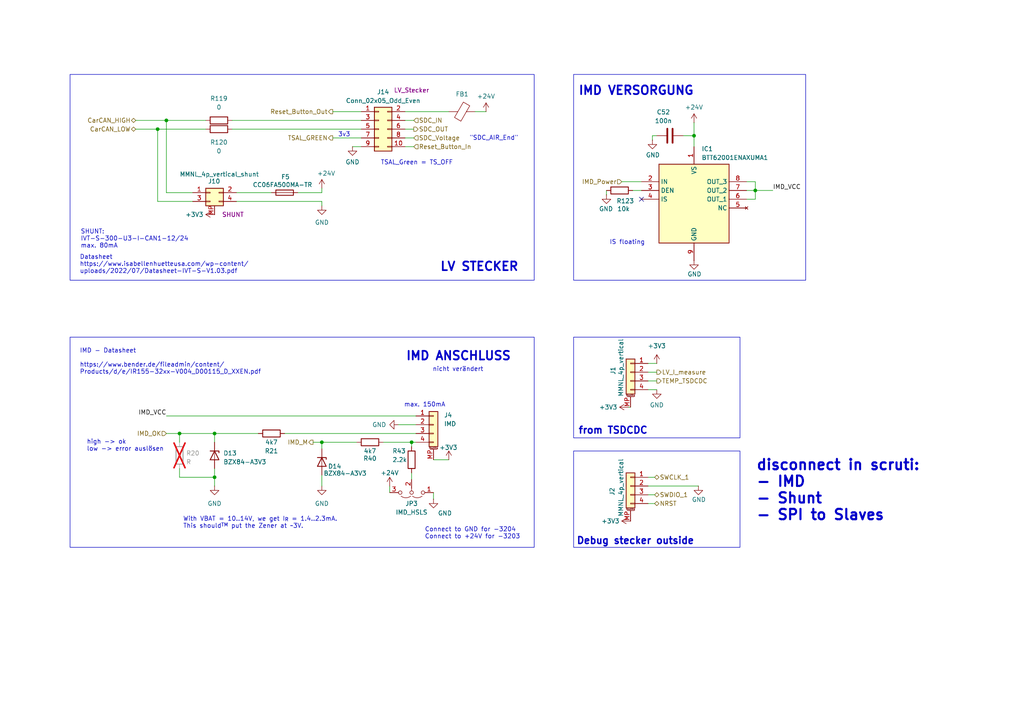
<source format=kicad_sch>
(kicad_sch
	(version 20231120)
	(generator "eeschema")
	(generator_version "8.0")
	(uuid "200fd554-4226-4e14-a1ce-db0521b00741")
	(paper "A4")
	(lib_symbols
		(symbol "BTT62001ENAXUMA1:BTT62001ENAXUMA1"
			(exclude_from_sim no)
			(in_bom yes)
			(on_board yes)
			(property "Reference" "IC"
				(at 26.67 7.62 0)
				(effects
					(font
						(size 1.27 1.27)
					)
					(justify left top)
				)
			)
			(property "Value" "BTT62001ENAXUMA1"
				(at 26.67 5.08 0)
				(effects
					(font
						(size 1.27 1.27)
					)
					(justify left top)
				)
			)
			(property "Footprint" "SOIC127P600X115-9N"
				(at 26.67 -94.92 0)
				(effects
					(font
						(size 1.27 1.27)
					)
					(justify left top)
					(hide yes)
				)
			)
			(property "Datasheet" "https://www.infineon.com/dgdl/Infineon-BTT6200-1ENA-DS-v01_00-EN.pdf?fileId=5546d462636cc8fb01645f3a31f312e9"
				(at 26.67 -194.92 0)
				(effects
					(font
						(size 1.27 1.27)
					)
					(justify left top)
					(hide yes)
				)
			)
			(property "Description" "Infineon PROFET"
				(at -2.54 5.334 0)
				(effects
					(font
						(size 1.27 1.27)
					)
					(hide yes)
				)
			)
			(property "Height" "1.15"
				(at 26.67 -394.92 0)
				(effects
					(font
						(size 1.27 1.27)
					)
					(justify left top)
					(hide yes)
				)
			)
			(property "Manufacturer_Name" "Infineon"
				(at 26.67 -494.92 0)
				(effects
					(font
						(size 1.27 1.27)
					)
					(justify left top)
					(hide yes)
				)
			)
			(property "Manufacturer_Part_Number" "BTT62001ENAXUMA1"
				(at 26.67 -594.92 0)
				(effects
					(font
						(size 1.27 1.27)
					)
					(justify left top)
					(hide yes)
				)
			)
			(property "Arrow Part Number" "BTT62001ENAXUMA1"
				(at 26.67 -694.92 0)
				(effects
					(font
						(size 1.27 1.27)
					)
					(justify left top)
					(hide yes)
				)
			)
			(property "Arrow Price/Stock" "https://www.arrow.com/en/products/btt62001enaxuma1/infineon-technologies-ag"
				(at 26.67 -794.92 0)
				(effects
					(font
						(size 1.27 1.27)
					)
					(justify left top)
					(hide yes)
				)
			)
			(symbol "BTT62001ENAXUMA1_1_1"
				(rectangle
					(start 5.08 2.54)
					(end 25.4 -20.32)
					(stroke
						(width 0.254)
						(type default)
					)
					(fill
						(type background)
					)
				)
				(pin passive line
					(at 15.24 7.62 270)
					(length 5.08)
					(name "VS"
						(effects
							(font
								(size 1.27 1.27)
							)
						)
					)
					(number "1"
						(effects
							(font
								(size 1.27 1.27)
							)
						)
					)
				)
				(pin passive line
					(at 0 -2.54 0)
					(length 5.08)
					(name "IN"
						(effects
							(font
								(size 1.27 1.27)
							)
						)
					)
					(number "2"
						(effects
							(font
								(size 1.27 1.27)
							)
						)
					)
				)
				(pin passive line
					(at 0 -5.08 0)
					(length 5.08)
					(name "DEN"
						(effects
							(font
								(size 1.27 1.27)
							)
						)
					)
					(number "3"
						(effects
							(font
								(size 1.27 1.27)
							)
						)
					)
				)
				(pin passive line
					(at 0 -7.62 0)
					(length 5.08)
					(name "IS"
						(effects
							(font
								(size 1.27 1.27)
							)
						)
					)
					(number "4"
						(effects
							(font
								(size 1.27 1.27)
							)
						)
					)
				)
				(pin no_connect line
					(at 30.48 -10.16 180)
					(length 5.08)
					(name "NC"
						(effects
							(font
								(size 1.27 1.27)
							)
						)
					)
					(number "5"
						(effects
							(font
								(size 1.27 1.27)
							)
						)
					)
				)
				(pin passive line
					(at 30.48 -7.62 180)
					(length 5.08)
					(name "OUT_1"
						(effects
							(font
								(size 1.27 1.27)
							)
						)
					)
					(number "6"
						(effects
							(font
								(size 1.27 1.27)
							)
						)
					)
				)
				(pin passive line
					(at 30.48 -5.08 180)
					(length 5.08)
					(name "OUT_2"
						(effects
							(font
								(size 1.27 1.27)
							)
						)
					)
					(number "7"
						(effects
							(font
								(size 1.27 1.27)
							)
						)
					)
				)
				(pin passive line
					(at 30.48 -2.54 180)
					(length 5.08)
					(name "OUT_3"
						(effects
							(font
								(size 1.27 1.27)
							)
						)
					)
					(number "8"
						(effects
							(font
								(size 1.27 1.27)
							)
						)
					)
				)
				(pin passive line
					(at 15.24 -25.4 90)
					(length 5.08)
					(name "GND"
						(effects
							(font
								(size 1.27 1.27)
							)
						)
					)
					(number "9"
						(effects
							(font
								(size 1.27 1.27)
							)
						)
					)
				)
			)
		)
		(symbol "Connector_Generic:Conn_02x05_Odd_Even"
			(pin_names
				(offset 1.016) hide)
			(exclude_from_sim no)
			(in_bom yes)
			(on_board yes)
			(property "Reference" "J"
				(at 1.27 7.62 0)
				(effects
					(font
						(size 1.27 1.27)
					)
				)
			)
			(property "Value" "Conn_02x05_Odd_Even"
				(at 1.27 -7.62 0)
				(effects
					(font
						(size 1.27 1.27)
					)
				)
			)
			(property "Footprint" ""
				(at 0 0 0)
				(effects
					(font
						(size 1.27 1.27)
					)
					(hide yes)
				)
			)
			(property "Datasheet" "~"
				(at 0 0 0)
				(effects
					(font
						(size 1.27 1.27)
					)
					(hide yes)
				)
			)
			(property "Description" "Generic connector, double row, 02x05, odd/even pin numbering scheme (row 1 odd numbers, row 2 even numbers), script generated (kicad-library-utils/schlib/autogen/connector/)"
				(at 0 0 0)
				(effects
					(font
						(size 1.27 1.27)
					)
					(hide yes)
				)
			)
			(property "ki_keywords" "connector"
				(at 0 0 0)
				(effects
					(font
						(size 1.27 1.27)
					)
					(hide yes)
				)
			)
			(property "ki_fp_filters" "Connector*:*_2x??_*"
				(at 0 0 0)
				(effects
					(font
						(size 1.27 1.27)
					)
					(hide yes)
				)
			)
			(symbol "Conn_02x05_Odd_Even_1_1"
				(rectangle
					(start -1.27 -4.953)
					(end 0 -5.207)
					(stroke
						(width 0.1524)
						(type default)
					)
					(fill
						(type none)
					)
				)
				(rectangle
					(start -1.27 -2.413)
					(end 0 -2.667)
					(stroke
						(width 0.1524)
						(type default)
					)
					(fill
						(type none)
					)
				)
				(rectangle
					(start -1.27 0.127)
					(end 0 -0.127)
					(stroke
						(width 0.1524)
						(type default)
					)
					(fill
						(type none)
					)
				)
				(rectangle
					(start -1.27 2.667)
					(end 0 2.413)
					(stroke
						(width 0.1524)
						(type default)
					)
					(fill
						(type none)
					)
				)
				(rectangle
					(start -1.27 5.207)
					(end 0 4.953)
					(stroke
						(width 0.1524)
						(type default)
					)
					(fill
						(type none)
					)
				)
				(rectangle
					(start -1.27 6.35)
					(end 3.81 -6.35)
					(stroke
						(width 0.254)
						(type default)
					)
					(fill
						(type background)
					)
				)
				(rectangle
					(start 3.81 -4.953)
					(end 2.54 -5.207)
					(stroke
						(width 0.1524)
						(type default)
					)
					(fill
						(type none)
					)
				)
				(rectangle
					(start 3.81 -2.413)
					(end 2.54 -2.667)
					(stroke
						(width 0.1524)
						(type default)
					)
					(fill
						(type none)
					)
				)
				(rectangle
					(start 3.81 0.127)
					(end 2.54 -0.127)
					(stroke
						(width 0.1524)
						(type default)
					)
					(fill
						(type none)
					)
				)
				(rectangle
					(start 3.81 2.667)
					(end 2.54 2.413)
					(stroke
						(width 0.1524)
						(type default)
					)
					(fill
						(type none)
					)
				)
				(rectangle
					(start 3.81 5.207)
					(end 2.54 4.953)
					(stroke
						(width 0.1524)
						(type default)
					)
					(fill
						(type none)
					)
				)
				(pin passive line
					(at -5.08 5.08 0)
					(length 3.81)
					(name "Pin_1"
						(effects
							(font
								(size 1.27 1.27)
							)
						)
					)
					(number "1"
						(effects
							(font
								(size 1.27 1.27)
							)
						)
					)
				)
				(pin passive line
					(at 7.62 -5.08 180)
					(length 3.81)
					(name "Pin_10"
						(effects
							(font
								(size 1.27 1.27)
							)
						)
					)
					(number "10"
						(effects
							(font
								(size 1.27 1.27)
							)
						)
					)
				)
				(pin passive line
					(at 7.62 5.08 180)
					(length 3.81)
					(name "Pin_2"
						(effects
							(font
								(size 1.27 1.27)
							)
						)
					)
					(number "2"
						(effects
							(font
								(size 1.27 1.27)
							)
						)
					)
				)
				(pin passive line
					(at -5.08 2.54 0)
					(length 3.81)
					(name "Pin_3"
						(effects
							(font
								(size 1.27 1.27)
							)
						)
					)
					(number "3"
						(effects
							(font
								(size 1.27 1.27)
							)
						)
					)
				)
				(pin passive line
					(at 7.62 2.54 180)
					(length 3.81)
					(name "Pin_4"
						(effects
							(font
								(size 1.27 1.27)
							)
						)
					)
					(number "4"
						(effects
							(font
								(size 1.27 1.27)
							)
						)
					)
				)
				(pin passive line
					(at -5.08 0 0)
					(length 3.81)
					(name "Pin_5"
						(effects
							(font
								(size 1.27 1.27)
							)
						)
					)
					(number "5"
						(effects
							(font
								(size 1.27 1.27)
							)
						)
					)
				)
				(pin passive line
					(at 7.62 0 180)
					(length 3.81)
					(name "Pin_6"
						(effects
							(font
								(size 1.27 1.27)
							)
						)
					)
					(number "6"
						(effects
							(font
								(size 1.27 1.27)
							)
						)
					)
				)
				(pin passive line
					(at -5.08 -2.54 0)
					(length 3.81)
					(name "Pin_7"
						(effects
							(font
								(size 1.27 1.27)
							)
						)
					)
					(number "7"
						(effects
							(font
								(size 1.27 1.27)
							)
						)
					)
				)
				(pin passive line
					(at 7.62 -2.54 180)
					(length 3.81)
					(name "Pin_8"
						(effects
							(font
								(size 1.27 1.27)
							)
						)
					)
					(number "8"
						(effects
							(font
								(size 1.27 1.27)
							)
						)
					)
				)
				(pin passive line
					(at -5.08 -5.08 0)
					(length 3.81)
					(name "Pin_9"
						(effects
							(font
								(size 1.27 1.27)
							)
						)
					)
					(number "9"
						(effects
							(font
								(size 1.27 1.27)
							)
						)
					)
				)
			)
		)
		(symbol "Connector_Generic_MountingPin:Conn_01x04_MountingPin"
			(pin_names
				(offset 1.016) hide)
			(exclude_from_sim no)
			(in_bom yes)
			(on_board yes)
			(property "Reference" "J"
				(at 0 5.08 0)
				(effects
					(font
						(size 1.27 1.27)
					)
				)
			)
			(property "Value" "Conn_01x04_MountingPin"
				(at 1.27 -7.62 0)
				(effects
					(font
						(size 1.27 1.27)
					)
					(justify left)
				)
			)
			(property "Footprint" ""
				(at 0 0 0)
				(effects
					(font
						(size 1.27 1.27)
					)
					(hide yes)
				)
			)
			(property "Datasheet" "~"
				(at 0 0 0)
				(effects
					(font
						(size 1.27 1.27)
					)
					(hide yes)
				)
			)
			(property "Description" "Generic connectable mounting pin connector, single row, 01x04, script generated (kicad-library-utils/schlib/autogen/connector/)"
				(at 0 0 0)
				(effects
					(font
						(size 1.27 1.27)
					)
					(hide yes)
				)
			)
			(property "ki_keywords" "connector"
				(at 0 0 0)
				(effects
					(font
						(size 1.27 1.27)
					)
					(hide yes)
				)
			)
			(property "ki_fp_filters" "Connector*:*_1x??-1MP*"
				(at 0 0 0)
				(effects
					(font
						(size 1.27 1.27)
					)
					(hide yes)
				)
			)
			(symbol "Conn_01x04_MountingPin_1_1"
				(rectangle
					(start -1.27 -4.953)
					(end 0 -5.207)
					(stroke
						(width 0.1524)
						(type default)
					)
					(fill
						(type none)
					)
				)
				(rectangle
					(start -1.27 -2.413)
					(end 0 -2.667)
					(stroke
						(width 0.1524)
						(type default)
					)
					(fill
						(type none)
					)
				)
				(rectangle
					(start -1.27 0.127)
					(end 0 -0.127)
					(stroke
						(width 0.1524)
						(type default)
					)
					(fill
						(type none)
					)
				)
				(rectangle
					(start -1.27 2.667)
					(end 0 2.413)
					(stroke
						(width 0.1524)
						(type default)
					)
					(fill
						(type none)
					)
				)
				(rectangle
					(start -1.27 3.81)
					(end 1.27 -6.35)
					(stroke
						(width 0.254)
						(type default)
					)
					(fill
						(type background)
					)
				)
				(polyline
					(pts
						(xy -1.016 -7.112) (xy 1.016 -7.112)
					)
					(stroke
						(width 0.1524)
						(type default)
					)
					(fill
						(type none)
					)
				)
				(text "Mounting"
					(at 0 -6.731 0)
					(effects
						(font
							(size 0.381 0.381)
						)
					)
				)
				(pin passive line
					(at -5.08 2.54 0)
					(length 3.81)
					(name "Pin_1"
						(effects
							(font
								(size 1.27 1.27)
							)
						)
					)
					(number "1"
						(effects
							(font
								(size 1.27 1.27)
							)
						)
					)
				)
				(pin passive line
					(at -5.08 0 0)
					(length 3.81)
					(name "Pin_2"
						(effects
							(font
								(size 1.27 1.27)
							)
						)
					)
					(number "2"
						(effects
							(font
								(size 1.27 1.27)
							)
						)
					)
				)
				(pin passive line
					(at -5.08 -2.54 0)
					(length 3.81)
					(name "Pin_3"
						(effects
							(font
								(size 1.27 1.27)
							)
						)
					)
					(number "3"
						(effects
							(font
								(size 1.27 1.27)
							)
						)
					)
				)
				(pin passive line
					(at -5.08 -5.08 0)
					(length 3.81)
					(name "Pin_4"
						(effects
							(font
								(size 1.27 1.27)
							)
						)
					)
					(number "4"
						(effects
							(font
								(size 1.27 1.27)
							)
						)
					)
				)
				(pin passive line
					(at 0 -10.16 90)
					(length 3.048)
					(name "MountPin"
						(effects
							(font
								(size 1.27 1.27)
							)
						)
					)
					(number "MP"
						(effects
							(font
								(size 1.27 1.27)
							)
						)
					)
				)
			)
		)
		(symbol "Device:C"
			(pin_numbers hide)
			(pin_names
				(offset 0.254)
			)
			(exclude_from_sim no)
			(in_bom yes)
			(on_board yes)
			(property "Reference" "C"
				(at 0.635 2.54 0)
				(effects
					(font
						(size 1.27 1.27)
					)
					(justify left)
				)
			)
			(property "Value" "C"
				(at 0.635 -2.54 0)
				(effects
					(font
						(size 1.27 1.27)
					)
					(justify left)
				)
			)
			(property "Footprint" ""
				(at 0.9652 -3.81 0)
				(effects
					(font
						(size 1.27 1.27)
					)
					(hide yes)
				)
			)
			(property "Datasheet" "~"
				(at 0 0 0)
				(effects
					(font
						(size 1.27 1.27)
					)
					(hide yes)
				)
			)
			(property "Description" "Unpolarized capacitor"
				(at 0 0 0)
				(effects
					(font
						(size 1.27 1.27)
					)
					(hide yes)
				)
			)
			(property "ki_keywords" "cap capacitor"
				(at 0 0 0)
				(effects
					(font
						(size 1.27 1.27)
					)
					(hide yes)
				)
			)
			(property "ki_fp_filters" "C_*"
				(at 0 0 0)
				(effects
					(font
						(size 1.27 1.27)
					)
					(hide yes)
				)
			)
			(symbol "C_0_1"
				(polyline
					(pts
						(xy -2.032 -0.762) (xy 2.032 -0.762)
					)
					(stroke
						(width 0.508)
						(type default)
					)
					(fill
						(type none)
					)
				)
				(polyline
					(pts
						(xy -2.032 0.762) (xy 2.032 0.762)
					)
					(stroke
						(width 0.508)
						(type default)
					)
					(fill
						(type none)
					)
				)
			)
			(symbol "C_1_1"
				(pin passive line
					(at 0 3.81 270)
					(length 2.794)
					(name "~"
						(effects
							(font
								(size 1.27 1.27)
							)
						)
					)
					(number "1"
						(effects
							(font
								(size 1.27 1.27)
							)
						)
					)
				)
				(pin passive line
					(at 0 -3.81 90)
					(length 2.794)
					(name "~"
						(effects
							(font
								(size 1.27 1.27)
							)
						)
					)
					(number "2"
						(effects
							(font
								(size 1.27 1.27)
							)
						)
					)
				)
			)
		)
		(symbol "Device:FerriteBead"
			(pin_numbers hide)
			(pin_names
				(offset 0)
			)
			(exclude_from_sim no)
			(in_bom yes)
			(on_board yes)
			(property "Reference" "FB"
				(at -3.81 0.635 90)
				(effects
					(font
						(size 1.27 1.27)
					)
				)
			)
			(property "Value" "FerriteBead"
				(at 3.81 0 90)
				(effects
					(font
						(size 1.27 1.27)
					)
				)
			)
			(property "Footprint" ""
				(at -1.778 0 90)
				(effects
					(font
						(size 1.27 1.27)
					)
					(hide yes)
				)
			)
			(property "Datasheet" "~"
				(at 0 0 0)
				(effects
					(font
						(size 1.27 1.27)
					)
					(hide yes)
				)
			)
			(property "Description" "Ferrite bead"
				(at 0 0 0)
				(effects
					(font
						(size 1.27 1.27)
					)
					(hide yes)
				)
			)
			(property "ki_keywords" "L ferrite bead inductor filter"
				(at 0 0 0)
				(effects
					(font
						(size 1.27 1.27)
					)
					(hide yes)
				)
			)
			(property "ki_fp_filters" "Inductor_* L_* *Ferrite*"
				(at 0 0 0)
				(effects
					(font
						(size 1.27 1.27)
					)
					(hide yes)
				)
			)
			(symbol "FerriteBead_0_1"
				(polyline
					(pts
						(xy 0 -1.27) (xy 0 -1.2192)
					)
					(stroke
						(width 0)
						(type default)
					)
					(fill
						(type none)
					)
				)
				(polyline
					(pts
						(xy 0 1.27) (xy 0 1.2954)
					)
					(stroke
						(width 0)
						(type default)
					)
					(fill
						(type none)
					)
				)
				(polyline
					(pts
						(xy -2.7686 0.4064) (xy -1.7018 2.2606) (xy 2.7686 -0.3048) (xy 1.6764 -2.159) (xy -2.7686 0.4064)
					)
					(stroke
						(width 0)
						(type default)
					)
					(fill
						(type none)
					)
				)
			)
			(symbol "FerriteBead_1_1"
				(pin passive line
					(at 0 3.81 270)
					(length 2.54)
					(name "~"
						(effects
							(font
								(size 1.27 1.27)
							)
						)
					)
					(number "1"
						(effects
							(font
								(size 1.27 1.27)
							)
						)
					)
				)
				(pin passive line
					(at 0 -3.81 90)
					(length 2.54)
					(name "~"
						(effects
							(font
								(size 1.27 1.27)
							)
						)
					)
					(number "2"
						(effects
							(font
								(size 1.27 1.27)
							)
						)
					)
				)
			)
		)
		(symbol "Device:Fuse"
			(pin_numbers hide)
			(pin_names
				(offset 0)
			)
			(exclude_from_sim no)
			(in_bom yes)
			(on_board yes)
			(property "Reference" "F"
				(at 2.032 0 90)
				(effects
					(font
						(size 1.27 1.27)
					)
				)
			)
			(property "Value" "Fuse"
				(at -1.905 0 90)
				(effects
					(font
						(size 1.27 1.27)
					)
				)
			)
			(property "Footprint" ""
				(at -1.778 0 90)
				(effects
					(font
						(size 1.27 1.27)
					)
					(hide yes)
				)
			)
			(property "Datasheet" "~"
				(at 0 0 0)
				(effects
					(font
						(size 1.27 1.27)
					)
					(hide yes)
				)
			)
			(property "Description" "Fuse"
				(at 0 0 0)
				(effects
					(font
						(size 1.27 1.27)
					)
					(hide yes)
				)
			)
			(property "ki_keywords" "fuse"
				(at 0 0 0)
				(effects
					(font
						(size 1.27 1.27)
					)
					(hide yes)
				)
			)
			(property "ki_fp_filters" "*Fuse*"
				(at 0 0 0)
				(effects
					(font
						(size 1.27 1.27)
					)
					(hide yes)
				)
			)
			(symbol "Fuse_0_1"
				(rectangle
					(start -0.762 -2.54)
					(end 0.762 2.54)
					(stroke
						(width 0.254)
						(type default)
					)
					(fill
						(type none)
					)
				)
				(polyline
					(pts
						(xy 0 2.54) (xy 0 -2.54)
					)
					(stroke
						(width 0)
						(type default)
					)
					(fill
						(type none)
					)
				)
			)
			(symbol "Fuse_1_1"
				(pin passive line
					(at 0 3.81 270)
					(length 1.27)
					(name "~"
						(effects
							(font
								(size 1.27 1.27)
							)
						)
					)
					(number "1"
						(effects
							(font
								(size 1.27 1.27)
							)
						)
					)
				)
				(pin passive line
					(at 0 -3.81 90)
					(length 1.27)
					(name "~"
						(effects
							(font
								(size 1.27 1.27)
							)
						)
					)
					(number "2"
						(effects
							(font
								(size 1.27 1.27)
							)
						)
					)
				)
			)
		)
		(symbol "Device:R"
			(pin_numbers hide)
			(pin_names
				(offset 0)
			)
			(exclude_from_sim no)
			(in_bom yes)
			(on_board yes)
			(property "Reference" "R"
				(at 2.032 0 90)
				(effects
					(font
						(size 1.27 1.27)
					)
				)
			)
			(property "Value" "R"
				(at 0 0 90)
				(effects
					(font
						(size 1.27 1.27)
					)
				)
			)
			(property "Footprint" ""
				(at -1.778 0 90)
				(effects
					(font
						(size 1.27 1.27)
					)
					(hide yes)
				)
			)
			(property "Datasheet" "~"
				(at 0 0 0)
				(effects
					(font
						(size 1.27 1.27)
					)
					(hide yes)
				)
			)
			(property "Description" "Resistor"
				(at 0 0 0)
				(effects
					(font
						(size 1.27 1.27)
					)
					(hide yes)
				)
			)
			(property "ki_keywords" "R res resistor"
				(at 0 0 0)
				(effects
					(font
						(size 1.27 1.27)
					)
					(hide yes)
				)
			)
			(property "ki_fp_filters" "R_*"
				(at 0 0 0)
				(effects
					(font
						(size 1.27 1.27)
					)
					(hide yes)
				)
			)
			(symbol "R_0_1"
				(rectangle
					(start -1.016 -2.54)
					(end 1.016 2.54)
					(stroke
						(width 0.254)
						(type default)
					)
					(fill
						(type none)
					)
				)
			)
			(symbol "R_1_1"
				(pin passive line
					(at 0 3.81 270)
					(length 1.27)
					(name "~"
						(effects
							(font
								(size 1.27 1.27)
							)
						)
					)
					(number "1"
						(effects
							(font
								(size 1.27 1.27)
							)
						)
					)
				)
				(pin passive line
					(at 0 -3.81 90)
					(length 1.27)
					(name "~"
						(effects
							(font
								(size 1.27 1.27)
							)
						)
					)
					(number "2"
						(effects
							(font
								(size 1.27 1.27)
							)
						)
					)
				)
			)
		)
		(symbol "Jumper:Jumper_3_Open"
			(pin_names
				(offset 0) hide)
			(exclude_from_sim no)
			(in_bom yes)
			(on_board yes)
			(property "Reference" "JP"
				(at -2.54 -2.54 0)
				(effects
					(font
						(size 1.27 1.27)
					)
				)
			)
			(property "Value" "Jumper_3_Open"
				(at 0 2.794 0)
				(effects
					(font
						(size 1.27 1.27)
					)
				)
			)
			(property "Footprint" ""
				(at 0 0 0)
				(effects
					(font
						(size 1.27 1.27)
					)
					(hide yes)
				)
			)
			(property "Datasheet" "~"
				(at 0 0 0)
				(effects
					(font
						(size 1.27 1.27)
					)
					(hide yes)
				)
			)
			(property "Description" "Jumper, 3-pole, both open"
				(at 0 0 0)
				(effects
					(font
						(size 1.27 1.27)
					)
					(hide yes)
				)
			)
			(property "ki_keywords" "Jumper SPDT"
				(at 0 0 0)
				(effects
					(font
						(size 1.27 1.27)
					)
					(hide yes)
				)
			)
			(property "ki_fp_filters" "Jumper* TestPoint*3Pads* TestPoint*Bridge*"
				(at 0 0 0)
				(effects
					(font
						(size 1.27 1.27)
					)
					(hide yes)
				)
			)
			(symbol "Jumper_3_Open_0_0"
				(circle
					(center -3.302 0)
					(radius 0.508)
					(stroke
						(width 0)
						(type default)
					)
					(fill
						(type none)
					)
				)
				(circle
					(center 0 0)
					(radius 0.508)
					(stroke
						(width 0)
						(type default)
					)
					(fill
						(type none)
					)
				)
				(circle
					(center 3.302 0)
					(radius 0.508)
					(stroke
						(width 0)
						(type default)
					)
					(fill
						(type none)
					)
				)
			)
			(symbol "Jumper_3_Open_0_1"
				(arc
					(start -0.254 1.016)
					(mid -1.651 1.4992)
					(end -3.048 1.016)
					(stroke
						(width 0)
						(type default)
					)
					(fill
						(type none)
					)
				)
				(polyline
					(pts
						(xy 0 -0.508) (xy 0 -1.27)
					)
					(stroke
						(width 0)
						(type default)
					)
					(fill
						(type none)
					)
				)
				(arc
					(start 3.048 1.016)
					(mid 1.651 1.4992)
					(end 0.254 1.016)
					(stroke
						(width 0)
						(type default)
					)
					(fill
						(type none)
					)
				)
			)
			(symbol "Jumper_3_Open_1_1"
				(pin passive line
					(at -6.35 0 0)
					(length 2.54)
					(name "A"
						(effects
							(font
								(size 1.27 1.27)
							)
						)
					)
					(number "1"
						(effects
							(font
								(size 1.27 1.27)
							)
						)
					)
				)
				(pin passive line
					(at 0 -3.81 90)
					(length 2.54)
					(name "C"
						(effects
							(font
								(size 1.27 1.27)
							)
						)
					)
					(number "2"
						(effects
							(font
								(size 1.27 1.27)
							)
						)
					)
				)
				(pin passive line
					(at 6.35 0 180)
					(length 2.54)
					(name "B"
						(effects
							(font
								(size 1.27 1.27)
							)
						)
					)
					(number "3"
						(effects
							(font
								(size 1.27 1.27)
							)
						)
					)
				)
			)
		)
		(symbol "Master:BZX84-A3V3"
			(pin_numbers hide)
			(pin_names
				(offset 1.016) hide)
			(exclude_from_sim no)
			(in_bom yes)
			(on_board yes)
			(property "Reference" "D"
				(at 0 2.54 0)
				(effects
					(font
						(size 1.27 1.27)
					)
				)
			)
			(property "Value" "BZX84-A3V3"
				(at 0 -2.54 0)
				(effects
					(font
						(size 1.27 1.27)
					)
				)
			)
			(property "Footprint" "Package_TO_SOT_SMD:SOT-23-3"
				(at 0 5.08 0)
				(effects
					(font
						(size 1.27 1.27)
					)
					(hide yes)
				)
			)
			(property "Datasheet" "~"
				(at 0 0 0)
				(effects
					(font
						(size 1.27 1.27)
					)
					(hide yes)
				)
			)
			(property "Description" "Zener diode 3.3V SOT-23"
				(at 0 0 0)
				(effects
					(font
						(size 1.27 1.27)
					)
					(hide yes)
				)
			)
			(property "ki_keywords" "diode"
				(at 0 0 0)
				(effects
					(font
						(size 1.27 1.27)
					)
					(hide yes)
				)
			)
			(property "ki_fp_filters" "TO-???* *_Diode_* *SingleDiode* D_*"
				(at 0 0 0)
				(effects
					(font
						(size 1.27 1.27)
					)
					(hide yes)
				)
			)
			(symbol "BZX84-A3V3_0_1"
				(polyline
					(pts
						(xy 1.27 0) (xy -1.27 0)
					)
					(stroke
						(width 0)
						(type default)
					)
					(fill
						(type none)
					)
				)
				(polyline
					(pts
						(xy -1.27 -1.27) (xy -1.27 1.27) (xy -0.762 1.27)
					)
					(stroke
						(width 0.254)
						(type default)
					)
					(fill
						(type none)
					)
				)
				(polyline
					(pts
						(xy 1.27 -1.27) (xy 1.27 1.27) (xy -1.27 0) (xy 1.27 -1.27)
					)
					(stroke
						(width 0.254)
						(type default)
					)
					(fill
						(type none)
					)
				)
			)
			(symbol "BZX84-A3V3_1_1"
				(pin passive line
					(at 3.81 0 180)
					(length 2.54)
					(name "A"
						(effects
							(font
								(size 1.27 1.27)
							)
						)
					)
					(number "1"
						(effects
							(font
								(size 1.27 1.27)
							)
						)
					)
				)
				(pin passive line
					(at -3.81 0 0)
					(length 2.54)
					(name "K"
						(effects
							(font
								(size 1.27 1.27)
							)
						)
					)
					(number "3"
						(effects
							(font
								(size 1.27 1.27)
							)
						)
					)
				)
			)
		)
		(symbol "Master:MMNL_2x2p_vertical"
			(pin_names
				(offset 1.016) hide)
			(exclude_from_sim no)
			(in_bom yes)
			(on_board yes)
			(property "Reference" "J"
				(at 1.27 2.54 0)
				(effects
					(font
						(size 1.27 1.27)
					)
				)
			)
			(property "Value" "MMNL_2x2p_vertical"
				(at 1.27 -5.08 0)
				(effects
					(font
						(size 1.27 1.27)
					)
				)
			)
			(property "Footprint" "FaSTTUBe_connectors:Micro_Mate-N-Lok_2x2p_vertical"
				(at 2.54 -7.112 0)
				(effects
					(font
						(size 1.27 1.27)
					)
					(hide yes)
				)
			)
			(property "Datasheet" "~"
				(at 0 0 0)
				(effects
					(font
						(size 1.27 1.27)
					)
					(hide yes)
				)
			)
			(property "Description" "Generic connector, double row, 02x02, odd/even pin numbering scheme (row 1 odd numbers, row 2 even numbers), script generated (kicad-library-utils/schlib/autogen/connector/)"
				(at 2.032 -9.398 0)
				(effects
					(font
						(size 1.27 1.27)
					)
					(hide yes)
				)
			)
			(property "ki_keywords" "connector"
				(at 0 0 0)
				(effects
					(font
						(size 1.27 1.27)
					)
					(hide yes)
				)
			)
			(property "ki_fp_filters" "Connector*:*_2x??_*"
				(at 0 0 0)
				(effects
					(font
						(size 1.27 1.27)
					)
					(hide yes)
				)
			)
			(symbol "MMNL_2x2p_vertical_1_1"
				(rectangle
					(start -1.27 -2.413)
					(end 0 -2.667)
					(stroke
						(width 0.1524)
						(type default)
					)
					(fill
						(type none)
					)
				)
				(rectangle
					(start -1.27 0.127)
					(end 0 -0.127)
					(stroke
						(width 0.1524)
						(type default)
					)
					(fill
						(type none)
					)
				)
				(rectangle
					(start -1.27 1.27)
					(end 3.81 -3.81)
					(stroke
						(width 0.254)
						(type default)
					)
					(fill
						(type background)
					)
				)
				(rectangle
					(start 3.81 -2.413)
					(end 2.54 -2.667)
					(stroke
						(width 0.1524)
						(type default)
					)
					(fill
						(type none)
					)
				)
				(rectangle
					(start 3.81 0.127)
					(end 2.54 -0.127)
					(stroke
						(width 0.1524)
						(type default)
					)
					(fill
						(type none)
					)
				)
				(pin passive line
					(at -5.08 0 0)
					(length 3.81)
					(name "Pin_1"
						(effects
							(font
								(size 1.27 1.27)
							)
						)
					)
					(number "1"
						(effects
							(font
								(size 1.27 1.27)
							)
						)
					)
				)
				(pin passive line
					(at 7.62 0 180)
					(length 3.81)
					(name "Pin_2"
						(effects
							(font
								(size 1.27 1.27)
							)
						)
					)
					(number "2"
						(effects
							(font
								(size 1.27 1.27)
							)
						)
					)
				)
				(pin passive line
					(at -5.08 -2.54 0)
					(length 3.81)
					(name "Pin_3"
						(effects
							(font
								(size 1.27 1.27)
							)
						)
					)
					(number "3"
						(effects
							(font
								(size 1.27 1.27)
							)
						)
					)
				)
				(pin passive line
					(at 7.62 -2.54 180)
					(length 3.81)
					(name "Pin_4"
						(effects
							(font
								(size 1.27 1.27)
							)
						)
					)
					(number "4"
						(effects
							(font
								(size 1.27 1.27)
							)
						)
					)
				)
				(pin passive line
					(at 1.27 -6.35 90)
					(length 2.54)
					(name ""
						(effects
							(font
								(size 1.27 1.27)
							)
						)
					)
					(number "MP"
						(effects
							(font
								(size 1.27 1.27)
							)
						)
					)
				)
			)
		)
		(symbol "power:+12V"
			(power)
			(pin_numbers hide)
			(pin_names
				(offset 0) hide)
			(exclude_from_sim no)
			(in_bom yes)
			(on_board yes)
			(property "Reference" "#PWR"
				(at 0 -3.81 0)
				(effects
					(font
						(size 1.27 1.27)
					)
					(hide yes)
				)
			)
			(property "Value" "+12V"
				(at 0 3.556 0)
				(effects
					(font
						(size 1.27 1.27)
					)
				)
			)
			(property "Footprint" ""
				(at 0 0 0)
				(effects
					(font
						(size 1.27 1.27)
					)
					(hide yes)
				)
			)
			(property "Datasheet" ""
				(at 0 0 0)
				(effects
					(font
						(size 1.27 1.27)
					)
					(hide yes)
				)
			)
			(property "Description" "Power symbol creates a global label with name \"+12V\""
				(at 0 0 0)
				(effects
					(font
						(size 1.27 1.27)
					)
					(hide yes)
				)
			)
			(property "ki_keywords" "global power"
				(at 0 0 0)
				(effects
					(font
						(size 1.27 1.27)
					)
					(hide yes)
				)
			)
			(symbol "+12V_0_1"
				(polyline
					(pts
						(xy -0.762 1.27) (xy 0 2.54)
					)
					(stroke
						(width 0)
						(type default)
					)
					(fill
						(type none)
					)
				)
				(polyline
					(pts
						(xy 0 0) (xy 0 2.54)
					)
					(stroke
						(width 0)
						(type default)
					)
					(fill
						(type none)
					)
				)
				(polyline
					(pts
						(xy 0 2.54) (xy 0.762 1.27)
					)
					(stroke
						(width 0)
						(type default)
					)
					(fill
						(type none)
					)
				)
			)
			(symbol "+12V_1_1"
				(pin power_in line
					(at 0 0 90)
					(length 0)
					(name "~"
						(effects
							(font
								(size 1.27 1.27)
							)
						)
					)
					(number "1"
						(effects
							(font
								(size 1.27 1.27)
							)
						)
					)
				)
			)
		)
		(symbol "power:+24V"
			(power)
			(pin_numbers hide)
			(pin_names
				(offset 0) hide)
			(exclude_from_sim no)
			(in_bom yes)
			(on_board yes)
			(property "Reference" "#PWR"
				(at 0 -3.81 0)
				(effects
					(font
						(size 1.27 1.27)
					)
					(hide yes)
				)
			)
			(property "Value" "+24V"
				(at 0 3.556 0)
				(effects
					(font
						(size 1.27 1.27)
					)
				)
			)
			(property "Footprint" ""
				(at 0 0 0)
				(effects
					(font
						(size 1.27 1.27)
					)
					(hide yes)
				)
			)
			(property "Datasheet" ""
				(at 0 0 0)
				(effects
					(font
						(size 1.27 1.27)
					)
					(hide yes)
				)
			)
			(property "Description" "Power symbol creates a global label with name \"+24V\""
				(at 0 0 0)
				(effects
					(font
						(size 1.27 1.27)
					)
					(hide yes)
				)
			)
			(property "ki_keywords" "global power"
				(at 0 0 0)
				(effects
					(font
						(size 1.27 1.27)
					)
					(hide yes)
				)
			)
			(symbol "+24V_0_1"
				(polyline
					(pts
						(xy -0.762 1.27) (xy 0 2.54)
					)
					(stroke
						(width 0)
						(type default)
					)
					(fill
						(type none)
					)
				)
				(polyline
					(pts
						(xy 0 0) (xy 0 2.54)
					)
					(stroke
						(width 0)
						(type default)
					)
					(fill
						(type none)
					)
				)
				(polyline
					(pts
						(xy 0 2.54) (xy 0.762 1.27)
					)
					(stroke
						(width 0)
						(type default)
					)
					(fill
						(type none)
					)
				)
			)
			(symbol "+24V_1_1"
				(pin power_in line
					(at 0 0 90)
					(length 0)
					(name "~"
						(effects
							(font
								(size 1.27 1.27)
							)
						)
					)
					(number "1"
						(effects
							(font
								(size 1.27 1.27)
							)
						)
					)
				)
			)
		)
		(symbol "power:+3V3"
			(power)
			(pin_numbers hide)
			(pin_names
				(offset 0) hide)
			(exclude_from_sim no)
			(in_bom yes)
			(on_board yes)
			(property "Reference" "#PWR"
				(at 0 -3.81 0)
				(effects
					(font
						(size 1.27 1.27)
					)
					(hide yes)
				)
			)
			(property "Value" "+3V3"
				(at 0 3.556 0)
				(effects
					(font
						(size 1.27 1.27)
					)
				)
			)
			(property "Footprint" ""
				(at 0 0 0)
				(effects
					(font
						(size 1.27 1.27)
					)
					(hide yes)
				)
			)
			(property "Datasheet" ""
				(at 0 0 0)
				(effects
					(font
						(size 1.27 1.27)
					)
					(hide yes)
				)
			)
			(property "Description" "Power symbol creates a global label with name \"+3V3\""
				(at 0 0 0)
				(effects
					(font
						(size 1.27 1.27)
					)
					(hide yes)
				)
			)
			(property "ki_keywords" "global power"
				(at 0 0 0)
				(effects
					(font
						(size 1.27 1.27)
					)
					(hide yes)
				)
			)
			(symbol "+3V3_0_1"
				(polyline
					(pts
						(xy -0.762 1.27) (xy 0 2.54)
					)
					(stroke
						(width 0)
						(type default)
					)
					(fill
						(type none)
					)
				)
				(polyline
					(pts
						(xy 0 0) (xy 0 2.54)
					)
					(stroke
						(width 0)
						(type default)
					)
					(fill
						(type none)
					)
				)
				(polyline
					(pts
						(xy 0 2.54) (xy 0.762 1.27)
					)
					(stroke
						(width 0)
						(type default)
					)
					(fill
						(type none)
					)
				)
			)
			(symbol "+3V3_1_1"
				(pin power_in line
					(at 0 0 90)
					(length 0)
					(name "~"
						(effects
							(font
								(size 1.27 1.27)
							)
						)
					)
					(number "1"
						(effects
							(font
								(size 1.27 1.27)
							)
						)
					)
				)
			)
		)
		(symbol "power:GND"
			(power)
			(pin_numbers hide)
			(pin_names
				(offset 0) hide)
			(exclude_from_sim no)
			(in_bom yes)
			(on_board yes)
			(property "Reference" "#PWR"
				(at 0 -6.35 0)
				(effects
					(font
						(size 1.27 1.27)
					)
					(hide yes)
				)
			)
			(property "Value" "GND"
				(at 0 -3.81 0)
				(effects
					(font
						(size 1.27 1.27)
					)
				)
			)
			(property "Footprint" ""
				(at 0 0 0)
				(effects
					(font
						(size 1.27 1.27)
					)
					(hide yes)
				)
			)
			(property "Datasheet" ""
				(at 0 0 0)
				(effects
					(font
						(size 1.27 1.27)
					)
					(hide yes)
				)
			)
			(property "Description" "Power symbol creates a global label with name \"GND\" , ground"
				(at 0 0 0)
				(effects
					(font
						(size 1.27 1.27)
					)
					(hide yes)
				)
			)
			(property "ki_keywords" "global power"
				(at 0 0 0)
				(effects
					(font
						(size 1.27 1.27)
					)
					(hide yes)
				)
			)
			(symbol "GND_0_1"
				(polyline
					(pts
						(xy 0 0) (xy 0 -1.27) (xy 1.27 -1.27) (xy 0 -2.54) (xy -1.27 -1.27) (xy 0 -1.27)
					)
					(stroke
						(width 0)
						(type default)
					)
					(fill
						(type none)
					)
				)
			)
			(symbol "GND_1_1"
				(pin power_in line
					(at 0 0 270)
					(length 0)
					(name "~"
						(effects
							(font
								(size 1.27 1.27)
							)
						)
					)
					(number "1"
						(effects
							(font
								(size 1.27 1.27)
							)
						)
					)
				)
			)
		)
	)
	(junction
		(at 52.07 125.73)
		(diameter 0)
		(color 0 0 0 0)
		(uuid "19072f10-ee5a-4b22-866e-df3b513352af")
	)
	(junction
		(at 93.345 128.27)
		(diameter 0)
		(color 0 0 0 0)
		(uuid "42343a46-3f07-428a-bf16-87efa8edff8c")
	)
	(junction
		(at 48.26 34.925)
		(diameter 0)
		(color 0 0 0 0)
		(uuid "4769e45c-17ba-4922-b819-a8e35fb3acc2")
	)
	(junction
		(at 219.075 55.245)
		(diameter 0)
		(color 0 0 0 0)
		(uuid "6eb95d5a-70b5-4668-b223-c8726612b6e7")
	)
	(junction
		(at 62.23 138.43)
		(diameter 0)
		(color 0 0 0 0)
		(uuid "93b1b874-e97f-47cf-b2c6-2e87d002f9cf")
	)
	(junction
		(at 201.295 39.37)
		(diameter 0)
		(color 0 0 0 0)
		(uuid "adbc9845-3c94-4ee5-93b5-dad7fa542b18")
	)
	(junction
		(at 62.23 125.73)
		(diameter 0)
		(color 0 0 0 0)
		(uuid "d4ac3df1-5e23-4aaa-ab12-71161d937d30")
	)
	(junction
		(at 119.38 128.27)
		(diameter 0)
		(color 0 0 0 0)
		(uuid "ed35cf1b-2ef9-4b44-b8e6-06c905269c9b")
	)
	(junction
		(at 45.72 37.465)
		(diameter 0)
		(color 0 0 0 0)
		(uuid "f497c29c-fe32-4760-93b5-0c99773088aa")
	)
	(no_connect
		(at 186.055 57.785)
		(uuid "3e9e0879-cd00-495f-bae5-53fa16f0f4cb")
	)
	(wire
		(pts
			(xy 93.345 55.88) (xy 86.36 55.88)
		)
		(stroke
			(width 0)
			(type default)
		)
		(uuid "0255bc4f-36a3-4788-8032-6c8b69c1750e")
	)
	(wire
		(pts
			(xy 48.26 34.925) (xy 59.69 34.925)
		)
		(stroke
			(width 0)
			(type default)
		)
		(uuid "0799e8c7-0f92-4b61-97c2-550cf9627324")
	)
	(wire
		(pts
			(xy 219.075 55.245) (xy 216.535 55.245)
		)
		(stroke
			(width 0)
			(type default)
		)
		(uuid "0db18b39-d9c5-4aac-b3dd-f8a9d98eb556")
	)
	(wire
		(pts
			(xy 68.58 55.88) (xy 78.74 55.88)
		)
		(stroke
			(width 0)
			(type default)
		)
		(uuid "1c0154b9-0327-45d8-825d-2b767943d664")
	)
	(wire
		(pts
			(xy 45.72 37.465) (xy 59.69 37.465)
		)
		(stroke
			(width 0)
			(type default)
		)
		(uuid "1f83c307-9184-4452-885a-9ef3548cf41c")
	)
	(wire
		(pts
			(xy 48.26 34.925) (xy 48.26 55.88)
		)
		(stroke
			(width 0)
			(type default)
		)
		(uuid "223afdb1-54b8-4708-a73f-4c87cf9232dc")
	)
	(wire
		(pts
			(xy 62.23 125.73) (xy 62.23 128.27)
		)
		(stroke
			(width 0)
			(type default)
		)
		(uuid "231aadfb-dd2a-4d9d-b80c-98d50e0763d9")
	)
	(wire
		(pts
			(xy 93.345 58.42) (xy 68.58 58.42)
		)
		(stroke
			(width 0)
			(type default)
		)
		(uuid "29e9c02a-14a3-4fc5-a05b-8b2cf24518b9")
	)
	(wire
		(pts
			(xy 219.075 52.705) (xy 219.075 55.245)
		)
		(stroke
			(width 0)
			(type default)
		)
		(uuid "32986fc9-cb07-4b8b-81c0-599312b0485a")
	)
	(wire
		(pts
			(xy 120.015 37.465) (xy 117.475 37.465)
		)
		(stroke
			(width 0)
			(type default)
		)
		(uuid "347a1e79-8e4b-4212-a960-6fb89efef66b")
	)
	(wire
		(pts
			(xy 216.535 52.705) (xy 219.075 52.705)
		)
		(stroke
			(width 0)
			(type default)
		)
		(uuid "383b9c21-a5f9-4fc9-b19d-182838d2e88a")
	)
	(wire
		(pts
			(xy 120.015 42.545) (xy 117.475 42.545)
		)
		(stroke
			(width 0)
			(type default)
		)
		(uuid "3b34f4ef-ab8d-44ee-a2d0-2a31d1589d6d")
	)
	(wire
		(pts
			(xy 90.805 128.27) (xy 93.345 128.27)
		)
		(stroke
			(width 0)
			(type default)
		)
		(uuid "3c4e452b-00d9-4808-b9d0-92515ec0fb60")
	)
	(wire
		(pts
			(xy 82.55 125.73) (xy 120.65 125.73)
		)
		(stroke
			(width 0)
			(type default)
		)
		(uuid "43f74520-4556-4d56-8b10-40de637704fc")
	)
	(wire
		(pts
			(xy 52.07 125.73) (xy 62.23 125.73)
		)
		(stroke
			(width 0)
			(type default)
		)
		(uuid "452b695d-025e-47a2-922c-47540bbcdd01")
	)
	(wire
		(pts
			(xy 140.97 32.385) (xy 137.795 32.385)
		)
		(stroke
			(width 0)
			(type default)
		)
		(uuid "49b1872b-23ad-44c4-b7ac-aef33c11aa54")
	)
	(wire
		(pts
			(xy 117.475 32.385) (xy 130.175 32.385)
		)
		(stroke
			(width 0)
			(type default)
		)
		(uuid "4eb67373-e7de-4954-b18d-72959d4e5ed7")
	)
	(wire
		(pts
			(xy 175.895 56.515) (xy 175.895 55.245)
		)
		(stroke
			(width 0)
			(type default)
		)
		(uuid "58e0f839-12dc-4f66-841a-fc8d94ded7b8")
	)
	(wire
		(pts
			(xy 119.38 128.27) (xy 119.38 129.54)
		)
		(stroke
			(width 0)
			(type default)
		)
		(uuid "5a375e9a-6a43-48b5-8ab7-ed74b79f317a")
	)
	(wire
		(pts
			(xy 103.505 128.27) (xy 93.345 128.27)
		)
		(stroke
			(width 0)
			(type default)
		)
		(uuid "5dedd505-5525-4264-9901-2faf9d46f31a")
	)
	(wire
		(pts
			(xy 189.865 138.43) (xy 187.96 138.43)
		)
		(stroke
			(width 0)
			(type default)
		)
		(uuid "5f5f1b64-2e43-4140-9a1f-23a916c2d4be")
	)
	(wire
		(pts
			(xy 125.73 142.875) (xy 125.73 144.78)
		)
		(stroke
			(width 0)
			(type default)
		)
		(uuid "62fd7570-7c4f-42aa-ad92-fb462293d33d")
	)
	(wire
		(pts
			(xy 93.345 137.795) (xy 93.345 140.97)
		)
		(stroke
			(width 0)
			(type default)
		)
		(uuid "6eccbf36-59ea-4e49-ad7d-b589600064a0")
	)
	(wire
		(pts
			(xy 93.345 59.69) (xy 93.345 58.42)
		)
		(stroke
			(width 0)
			(type default)
		)
		(uuid "706f8d03-a3b3-4ed3-95ae-a1d3ac319a85")
	)
	(wire
		(pts
			(xy 39.37 34.925) (xy 48.26 34.925)
		)
		(stroke
			(width 0)
			(type default)
		)
		(uuid "7316454d-0863-49c7-88d3-874c47bc083b")
	)
	(wire
		(pts
			(xy 45.72 58.42) (xy 55.88 58.42)
		)
		(stroke
			(width 0)
			(type default)
		)
		(uuid "77dce1da-d32b-4ae2-929e-4eddda6dc2b7")
	)
	(wire
		(pts
			(xy 45.72 37.465) (xy 45.72 58.42)
		)
		(stroke
			(width 0)
			(type default)
		)
		(uuid "7ad3efa0-d9e7-43dc-9f75-5a8f51ce80e6")
	)
	(wire
		(pts
			(xy 189.865 146.05) (xy 187.96 146.05)
		)
		(stroke
			(width 0)
			(type default)
		)
		(uuid "7be14796-1d26-4ef1-948d-83ffc641207f")
	)
	(wire
		(pts
			(xy 183.515 55.245) (xy 186.055 55.245)
		)
		(stroke
			(width 0)
			(type default)
		)
		(uuid "7d83cce6-098a-4b7f-b29c-85045c30e368")
	)
	(wire
		(pts
			(xy 117.475 40.005) (xy 120.015 40.005)
		)
		(stroke
			(width 0)
			(type default)
		)
		(uuid "7eb99c9a-585e-4f9f-8190-ac4bd6bf5e09")
	)
	(wire
		(pts
			(xy 180.34 52.705) (xy 186.055 52.705)
		)
		(stroke
			(width 0)
			(type default)
		)
		(uuid "7f047e60-26c4-4baa-aac5-f8471a48baa2")
	)
	(wire
		(pts
			(xy 96.52 32.385) (xy 104.775 32.385)
		)
		(stroke
			(width 0)
			(type default)
		)
		(uuid "807ef203-531a-44de-8229-f82541329fe1")
	)
	(wire
		(pts
			(xy 67.31 37.465) (xy 104.775 37.465)
		)
		(stroke
			(width 0)
			(type default)
		)
		(uuid "827e06c4-b594-4647-8d83-344da7e7444a")
	)
	(wire
		(pts
			(xy 120.015 34.925) (xy 117.475 34.925)
		)
		(stroke
			(width 0)
			(type default)
		)
		(uuid "85657ce7-f49d-4756-ad44-a1480e1cc61e")
	)
	(wire
		(pts
			(xy 52.07 138.43) (xy 62.23 138.43)
		)
		(stroke
			(width 0)
			(type default)
		)
		(uuid "85df31e6-89bb-4b1c-b543-0f3821a0722a")
	)
	(wire
		(pts
			(xy 52.07 135.89) (xy 52.07 138.43)
		)
		(stroke
			(width 0)
			(type default)
		)
		(uuid "8abd20aa-2a76-4bd9-a994-d718b91ef485")
	)
	(wire
		(pts
			(xy 62.23 125.73) (xy 74.93 125.73)
		)
		(stroke
			(width 0)
			(type default)
		)
		(uuid "8d2c4e14-5f2a-41b3-8d76-cfde6b6ad76d")
	)
	(wire
		(pts
			(xy 125.73 133.35) (xy 130.175 133.35)
		)
		(stroke
			(width 0)
			(type default)
		)
		(uuid "8d48b6ae-3a79-4d27-916c-fb9c16742f89")
	)
	(wire
		(pts
			(xy 67.31 34.925) (xy 104.775 34.925)
		)
		(stroke
			(width 0)
			(type default)
		)
		(uuid "9436698c-b3c3-4a53-a1a1-e2870f46fc42")
	)
	(wire
		(pts
			(xy 182.245 118.11) (xy 182.88 118.11)
		)
		(stroke
			(width 0)
			(type default)
		)
		(uuid "963fa769-1ff2-4956-a4c3-f0d983b67590")
	)
	(wire
		(pts
			(xy 201.295 39.37) (xy 201.295 42.545)
		)
		(stroke
			(width 0)
			(type default)
		)
		(uuid "96c855e3-cd26-4c2b-b7a5-1be4dc8174d6")
	)
	(wire
		(pts
			(xy 93.345 128.27) (xy 93.345 130.175)
		)
		(stroke
			(width 0)
			(type default)
		)
		(uuid "97b5f269-8abb-461d-abcd-82eeea9856d1")
	)
	(wire
		(pts
			(xy 190.5 105.41) (xy 187.96 105.41)
		)
		(stroke
			(width 0)
			(type default)
		)
		(uuid "99ea6270-3650-46e7-a8dc-7698f2cb70e2")
	)
	(wire
		(pts
			(xy 48.26 120.65) (xy 120.65 120.65)
		)
		(stroke
			(width 0)
			(type default)
		)
		(uuid "9a7fb677-7015-45e9-9f32-acef182ba3ba")
	)
	(wire
		(pts
			(xy 219.075 57.785) (xy 216.535 57.785)
		)
		(stroke
			(width 0)
			(type default)
		)
		(uuid "9ad3ec19-aeee-4e07-a389-0ee193190209")
	)
	(wire
		(pts
			(xy 93.345 54.61) (xy 93.345 55.88)
		)
		(stroke
			(width 0)
			(type default)
		)
		(uuid "a10fd44d-2767-4040-937f-bf65f4ca23a6")
	)
	(wire
		(pts
			(xy 120.65 128.27) (xy 119.38 128.27)
		)
		(stroke
			(width 0)
			(type default)
		)
		(uuid "a3308896-c9f0-4861-8e65-188beaa8a9c9")
	)
	(wire
		(pts
			(xy 48.26 55.88) (xy 55.88 55.88)
		)
		(stroke
			(width 0)
			(type default)
		)
		(uuid "a703b8d3-655a-4c17-9f68-8f336086aa60")
	)
	(wire
		(pts
			(xy 189.865 143.51) (xy 187.96 143.51)
		)
		(stroke
			(width 0)
			(type default)
		)
		(uuid "a82dc577-f3f2-4c20-9fe7-f0a1e43ae39b")
	)
	(wire
		(pts
			(xy 201.295 35.56) (xy 201.295 39.37)
		)
		(stroke
			(width 0)
			(type default)
		)
		(uuid "affa5877-47d2-4163-aa5c-00c9781334ec")
	)
	(wire
		(pts
			(xy 190.5 113.03) (xy 187.96 113.03)
		)
		(stroke
			(width 0)
			(type default)
		)
		(uuid "b021074d-c182-4496-bec0-70d367a760de")
	)
	(wire
		(pts
			(xy 104.775 42.545) (xy 102.235 42.545)
		)
		(stroke
			(width 0)
			(type default)
		)
		(uuid "b0fcf866-a2bd-4b72-99c8-2d4dfcc84f89")
	)
	(wire
		(pts
			(xy 119.38 137.16) (xy 119.38 139.065)
		)
		(stroke
			(width 0)
			(type default)
		)
		(uuid "b21d939c-504b-4936-bbd1-d61711bc96b3")
	)
	(wire
		(pts
			(xy 189.23 39.37) (xy 189.23 40.64)
		)
		(stroke
			(width 0)
			(type default)
		)
		(uuid "b75a02fc-e976-4ae5-b36b-251c0cc62349")
	)
	(wire
		(pts
			(xy 187.96 110.49) (xy 190.5 110.49)
		)
		(stroke
			(width 0)
			(type default)
		)
		(uuid "b9dc06ae-d7aa-4d16-b58c-fca265be442c")
	)
	(wire
		(pts
			(xy 62.23 138.43) (xy 62.23 140.97)
		)
		(stroke
			(width 0)
			(type default)
		)
		(uuid "bc903c9c-c5ab-40f0-9f5f-d2330ca6664c")
	)
	(wire
		(pts
			(xy 187.96 140.97) (xy 202.565 140.97)
		)
		(stroke
			(width 0)
			(type default)
		)
		(uuid "bfeb86cd-ef8e-4800-984f-4086621d284b")
	)
	(wire
		(pts
			(xy 219.075 55.245) (xy 219.075 57.785)
		)
		(stroke
			(width 0)
			(type default)
		)
		(uuid "c94bfbc7-6f1a-4320-8477-45b9a14bb974")
	)
	(wire
		(pts
			(xy 115.57 123.19) (xy 120.65 123.19)
		)
		(stroke
			(width 0)
			(type default)
		)
		(uuid "cad32d84-cfb7-4012-abbc-8192383415ed")
	)
	(wire
		(pts
			(xy 39.37 37.465) (xy 45.72 37.465)
		)
		(stroke
			(width 0)
			(type default)
		)
		(uuid "cca3edaf-b624-477b-bcfa-0eb8e160ccea")
	)
	(wire
		(pts
			(xy 111.125 128.27) (xy 119.38 128.27)
		)
		(stroke
			(width 0)
			(type default)
		)
		(uuid "cf4c4cbd-807b-4e6b-9f3c-277dde0a6f74")
	)
	(wire
		(pts
			(xy 219.075 55.245) (xy 224.155 55.245)
		)
		(stroke
			(width 0)
			(type default)
		)
		(uuid "d53dc2d1-a411-4c9c-8833-2c6a03cc244b")
	)
	(wire
		(pts
			(xy 96.52 40.005) (xy 104.775 40.005)
		)
		(stroke
			(width 0)
			(type default)
		)
		(uuid "d653f087-3c4d-4680-8a93-f42e1c5b7a7f")
	)
	(wire
		(pts
			(xy 62.23 135.89) (xy 62.23 138.43)
		)
		(stroke
			(width 0)
			(type default)
		)
		(uuid "d81bc727-e41d-4f6d-ab24-d3351f401a2e")
	)
	(wire
		(pts
			(xy 48.26 125.73) (xy 52.07 125.73)
		)
		(stroke
			(width 0)
			(type default)
		)
		(uuid "ddc12bae-e8cd-495e-bdb3-77148dc4337f")
	)
	(wire
		(pts
			(xy 189.23 39.37) (xy 190.5 39.37)
		)
		(stroke
			(width 0)
			(type default)
		)
		(uuid "e015a389-db9b-4a81-a43a-e28acf404fab")
	)
	(wire
		(pts
			(xy 187.96 107.95) (xy 190.5 107.95)
		)
		(stroke
			(width 0)
			(type default)
		)
		(uuid "e8f9580b-a401-45a6-b52f-bae00f99bcb2")
	)
	(wire
		(pts
			(xy 198.12 39.37) (xy 201.295 39.37)
		)
		(stroke
			(width 0)
			(type default)
		)
		(uuid "eac75d5c-143c-4b7c-8fc1-458ce2bc3da7")
	)
	(wire
		(pts
			(xy 52.07 125.73) (xy 52.07 128.27)
		)
		(stroke
			(width 0)
			(type default)
		)
		(uuid "ec55d250-a13a-4d16-970f-1fc6f3c743ad")
	)
	(wire
		(pts
			(xy 113.03 140.97) (xy 113.03 142.875)
		)
		(stroke
			(width 0)
			(type default)
		)
		(uuid "fc93a46e-2bbb-4498-a334-367afbf88444")
	)
	(rectangle
		(start 166.37 130.81)
		(end 214.63 158.75)
		(stroke
			(width 0)
			(type default)
		)
		(fill
			(type none)
		)
		(uuid 67d4f92e-ba5a-44ea-bd5f-5332643b1521)
	)
	(rectangle
		(start 20.32 21.59)
		(end 154.94 81.28)
		(stroke
			(width 0)
			(type default)
		)
		(fill
			(type none)
		)
		(uuid 69683107-b8aa-4c84-80dd-cafc923a3a35)
	)
	(rectangle
		(start 166.37 97.79)
		(end 214.63 127)
		(stroke
			(width 0)
			(type default)
		)
		(fill
			(type none)
		)
		(uuid d580111b-5b49-4ef6-a552-25e172f918bb)
	)
	(rectangle
		(start 166.37 21.59)
		(end 233.68 81.28)
		(stroke
			(width 0)
			(type default)
		)
		(fill
			(type none)
		)
		(uuid d98a87a8-f43e-4280-9a8f-1975ab1112e1)
	)
	(rectangle
		(start 20.32 97.79)
		(end 154.94 158.75)
		(stroke
			(width 0)
			(type default)
		)
		(fill
			(type none)
		)
		(uuid f3e0082e-fb87-4ff8-bb08-c68d4d196fd0)
	)
	(text "max. 150mA"
		(exclude_from_sim no)
		(at 123.19 117.475 0)
		(effects
			(font
				(size 1.27 1.27)
			)
		)
		(uuid "381747df-3fd1-43c8-a367-4b2edaa0e6e4")
	)
	(text "IMD VERSORGUNG"
		(exclude_from_sim no)
		(at 167.64 26.416 0)
		(effects
			(font
				(size 2.5 2.5)
				(bold yes)
			)
			(justify left)
		)
		(uuid "3cb7a438-0daf-40a9-aa28-5a80e1f83237")
	)
	(text "high -> ok\nlow -> error auslösen"
		(exclude_from_sim no)
		(at 25.146 129.286 0)
		(effects
			(font
				(size 1.27 1.27)
			)
			(justify left)
		)
		(uuid "4b39b23f-f40b-4f24-aa54-c9692e1d4d4f")
	)
	(text "IS floating"
		(exclude_from_sim no)
		(at 176.784 70.358 0)
		(effects
			(font
				(size 1.27 1.27)
			)
			(justify left)
		)
		(uuid "5c7eeeee-5dd1-4b14-bf1b-916f499cde31")
	)
	(text "IMD - Datasheet\n\nhttps://www.bender.de/fileadmin/content/\nProducts/d/e/IR155-32xx-V004_D00115_D_XXEN.pdf"
		(exclude_from_sim no)
		(at 23.114 104.902 0)
		(effects
			(font
				(size 1.27 1.27)
			)
			(justify left)
		)
		(uuid "687ab70a-e41a-431e-b4fe-098f0f7fc6db")
	)
	(text "Datasheet\nhttps://www.isabellenhuetteusa.com/wp-content/\nuploads/2022/07/Datasheet-IVT-S-V1.03.pdf"
		(exclude_from_sim no)
		(at 23.114 76.708 0)
		(effects
			(font
				(size 1.27 1.27)
			)
			(justify left)
		)
		(uuid "722b80b3-599a-4ed5-b877-a4e89c67c83e")
	)
	(text "3v3"
		(exclude_from_sim no)
		(at 98.044 39.116 0)
		(effects
			(font
				(size 1.27 1.27)
			)
			(justify left)
		)
		(uuid "7661c48e-7579-4cf8-a45a-146e3cfdbcb5")
	)
	(text "SHUNT:\nIVT-S-300-U3-I-CAN1-12/24\nmax. 80mA\n"
		(exclude_from_sim no)
		(at 23.368 69.342 0)
		(effects
			(font
				(size 1.27 1.27)
			)
			(justify left)
		)
		(uuid "7a67a79e-50bb-4ba5-8e85-b550087ed8b7")
	)
	(text "Connect to GND for -3204\nConnect to +24V for -3203"
		(exclude_from_sim no)
		(at 123.19 156.464 0)
		(effects
			(font
				(size 1.27 1.27)
			)
			(justify left bottom)
		)
		(uuid "9ca018ee-aefd-4494-98dc-7260f96e7a06")
	)
	(text "\"SDC_AIR_End\"\n"
		(exclude_from_sim no)
		(at 143.256 40.132 0)
		(effects
			(font
				(size 1.27 1.27)
			)
		)
		(uuid "a3c9e2ac-b27d-4162-93e1-4cea12c1cdc5")
	)
	(text "TSAL_Green = TS_OFF"
		(exclude_from_sim no)
		(at 120.904 47.244 0)
		(effects
			(font
				(size 1.27 1.27)
			)
		)
		(uuid "b79e169b-75d9-4cea-8234-996c1e3352c0")
	)
	(text "LV STECKER"
		(exclude_from_sim no)
		(at 127.508 77.47 0)
		(effects
			(font
				(size 2.5 2.5)
				(thickness 0.5)
				(bold yes)
			)
			(justify left)
		)
		(uuid "c38d97f0-280d-4a5e-bffe-ce27cb75dbf0")
	)
	(text "IMD ANSCHLUSS"
		(exclude_from_sim no)
		(at 117.602 103.378 0)
		(effects
			(font
				(size 2.5 2.5)
				(thickness 0.5)
				(bold yes)
			)
			(justify left)
		)
		(uuid "cc92346a-d112-49cc-b183-bfa8fa390aa3")
	)
	(text "from TSDCDC"
		(exclude_from_sim no)
		(at 167.64 124.968 0)
		(effects
			(font
				(size 2 2)
				(thickness 0.4)
				(bold yes)
			)
			(justify left)
		)
		(uuid "d0bf7082-b150-4bf3-b314-150beb570dc4")
	)
	(text "Debug stecker outside "
		(exclude_from_sim no)
		(at 167.132 156.972 0)
		(effects
			(font
				(size 2 2)
				(thickness 0.4)
				(bold yes)
			)
			(justify left)
		)
		(uuid "d1f8f47a-52fb-41a2-8ffc-b2974c5c695e")
	)
	(text "With VBAT = 10..14V, we get I_{R} = 1.4..2.3mA.\nThis should^{TM} put the Zener at ~3V."
		(exclude_from_sim no)
		(at 53.086 153.416 0)
		(effects
			(font
				(size 1.27 1.27)
			)
			(justify left bottom)
		)
		(uuid "d94c8746-76ef-4bbd-b948-6590fe080287")
	)
	(text "nicht verändert"
		(exclude_from_sim no)
		(at 132.842 107.188 0)
		(effects
			(font
				(size 1.27 1.27)
			)
		)
		(uuid "e8bc9a59-5f19-4547-a568-5b5cd105a96d")
	)
	(text "disconnect in scruti:\n- IMD\n- Shunt\n- SPI to Slaves"
		(exclude_from_sim no)
		(at 219.202 142.24 0)
		(effects
			(font
				(size 3 3)
				(thickness 0.6)
				(bold yes)
			)
			(justify left)
		)
		(uuid "f2443b76-16a7-4386-bd10-71e318dc6f11")
	)
	(label "IMD_VCC"
		(at 48.26 120.65 180)
		(fields_autoplaced yes)
		(effects
			(font
				(size 1.27 1.27)
			)
			(justify right bottom)
		)
		(uuid "2f3d9972-c4f0-4aa2-a369-1af88100eec1")
	)
	(label "IMD_VCC"
		(at 224.155 55.245 0)
		(fields_autoplaced yes)
		(effects
			(font
				(size 1.27 1.27)
			)
			(justify left bottom)
		)
		(uuid "fb892761-dfe4-426b-9c3d-924c679ba543")
	)
	(hierarchical_label "IMD_Power"
		(shape input)
		(at 180.34 52.705 180)
		(fields_autoplaced yes)
		(effects
			(font
				(size 1.27 1.27)
			)
			(justify right)
		)
		(uuid "0a3f426e-1b69-4ca8-8f1e-464baa61492b")
	)
	(hierarchical_label "SDC_OUT"
		(shape output)
		(at 120.015 37.465 0)
		(fields_autoplaced yes)
		(effects
			(font
				(size 1.27 1.27)
			)
			(justify left)
		)
		(uuid "10e02e20-249e-4093-a243-2e20202df837")
	)
	(hierarchical_label "SWCLK_1"
		(shape bidirectional)
		(at 189.865 138.43 0)
		(fields_autoplaced yes)
		(effects
			(font
				(size 1.27 1.27)
			)
			(justify left)
		)
		(uuid "220b518b-b6aa-4214-98c1-28f2960391e5")
	)
	(hierarchical_label "IMD_M"
		(shape output)
		(at 90.805 128.27 180)
		(fields_autoplaced yes)
		(effects
			(font
				(size 1.27 1.27)
			)
			(justify right)
		)
		(uuid "491d0005-8e17-4948-9b19-f77b8870dddf")
	)
	(hierarchical_label "TSAL_GREEN"
		(shape output)
		(at 96.52 40.005 180)
		(fields_autoplaced yes)
		(effects
			(font
				(size 1.27 1.27)
			)
			(justify right)
		)
		(uuid "6b181eb1-e06a-4ec5-9320-c0a5b5374693")
	)
	(hierarchical_label "LV_I_measure"
		(shape output)
		(at 190.5 107.95 0)
		(fields_autoplaced yes)
		(effects
			(font
				(size 1.27 1.27)
			)
			(justify left)
		)
		(uuid "6b43b5c1-7790-4030-984f-62db138643a9")
	)
	(hierarchical_label "Reset_Button_Out"
		(shape output)
		(at 96.52 32.385 180)
		(fields_autoplaced yes)
		(effects
			(font
				(size 1.27 1.27)
			)
			(justify right)
		)
		(uuid "6ee9152a-bc9a-4549-b693-14d80bf3c47c")
	)
	(hierarchical_label "NRST"
		(shape bidirectional)
		(at 189.865 146.05 0)
		(fields_autoplaced yes)
		(effects
			(font
				(size 1.27 1.27)
			)
			(justify left)
		)
		(uuid "71fef3a1-568c-48b6-887c-7afbf69a7818")
	)
	(hierarchical_label "CarCAN_LOW"
		(shape bidirectional)
		(at 39.37 37.465 180)
		(fields_autoplaced yes)
		(effects
			(font
				(size 1.27 1.27)
			)
			(justify right)
		)
		(uuid "74685a36-eca3-4de6-b500-e797334da994")
	)
	(hierarchical_label "CarCAN_HIGH"
		(shape bidirectional)
		(at 39.37 34.925 180)
		(fields_autoplaced yes)
		(effects
			(font
				(size 1.27 1.27)
			)
			(justify right)
		)
		(uuid "8643bcb8-421a-4d7d-b649-aad2433d5810")
	)
	(hierarchical_label "SWDIO_1"
		(shape bidirectional)
		(at 189.865 143.51 0)
		(fields_autoplaced yes)
		(effects
			(font
				(size 1.27 1.27)
			)
			(justify left)
		)
		(uuid "9df55809-5f22-483e-93b1-8ba8ef38b01e")
	)
	(hierarchical_label "SDC_IN"
		(shape input)
		(at 120.015 34.925 0)
		(fields_autoplaced yes)
		(effects
			(font
				(size 1.27 1.27)
			)
			(justify left)
		)
		(uuid "b6730e7d-9157-45d8-b915-f05432b1fc82")
	)
	(hierarchical_label "TEMP_TSDCDC"
		(shape output)
		(at 190.5 110.49 0)
		(fields_autoplaced yes)
		(effects
			(font
				(size 1.27 1.27)
			)
			(justify left)
		)
		(uuid "c4c3fd83-0d17-4f5b-b877-983069630291")
	)
	(hierarchical_label "Reset_Button_In"
		(shape input)
		(at 120.015 42.545 0)
		(fields_autoplaced yes)
		(effects
			(font
				(size 1.27 1.27)
			)
			(justify left)
		)
		(uuid "d76305d3-b506-4c99-90a8-6392d421b5e3")
	)
	(hierarchical_label "SDC_Voltage"
		(shape input)
		(at 120.015 40.005 0)
		(fields_autoplaced yes)
		(effects
			(font
				(size 1.27 1.27)
			)
			(justify left)
		)
		(uuid "da9942e8-ea0f-4260-820c-4574caabdcb5")
	)
	(hierarchical_label "IMD_OK"
		(shape input)
		(at 48.26 125.73 180)
		(fields_autoplaced yes)
		(effects
			(font
				(size 1.27 1.27)
			)
			(justify right)
		)
		(uuid "dbf922ab-a9c7-4a7e-9afd-eb2b4f8e90ca")
	)
	(symbol
		(lib_id "Connector_Generic:Conn_02x05_Odd_Even")
		(at 109.855 37.465 0)
		(unit 1)
		(exclude_from_sim no)
		(in_bom yes)
		(on_board yes)
		(dnp no)
		(uuid "129177a3-b2b0-4f39-b56a-ca0518a8b5b0")
		(property "Reference" "J14"
			(at 111.125 26.67 0)
			(effects
				(font
					(size 1.27 1.27)
				)
			)
		)
		(property "Value" "Conn_02x05_Odd_Even"
			(at 111.125 29.21 0)
			(effects
				(font
					(size 1.27 1.27)
				)
			)
		)
		(property "Footprint" "FaSTTUBe_connectors:Micro_Mate-N-Lok_2x5p_vertical"
			(at 109.855 37.465 0)
			(effects
				(font
					(size 1.27 1.27)
				)
				(hide yes)
			)
		)
		(property "Datasheet" "~"
			(at 109.855 37.465 0)
			(effects
				(font
					(size 1.27 1.27)
				)
				(hide yes)
			)
		)
		(property "Description" "Generic connector, double row, 02x05, odd/even pin numbering scheme (row 1 odd numbers, row 2 even numbers), script generated (kicad-library-utils/schlib/autogen/connector/)"
			(at 109.855 37.465 0)
			(effects
				(font
					(size 1.27 1.27)
				)
				(hide yes)
			)
		)
		(property "Silkscreen" "LV_Stecker"
			(at 119.38 26.162 0)
			(effects
				(font
					(size 1.27 1.27)
				)
			)
		)
		(pin "4"
			(uuid "6f8cef5b-6911-4786-9609-a4ab7458053b")
		)
		(pin "6"
			(uuid "2fba7303-9f36-437b-b79f-c4d1aae3d320")
		)
		(pin "9"
			(uuid "7db24b7d-f73c-4c8a-a7aa-b04df2eae073")
		)
		(pin "3"
			(uuid "42348d07-cf52-44ea-bdff-dd5318605b63")
		)
		(pin "5"
			(uuid "5c728a3d-62dc-4fdb-acfd-978466412633")
		)
		(pin "2"
			(uuid "8b0ab888-79a9-4786-884b-5cd356780147")
		)
		(pin "1"
			(uuid "ab1421e2-2101-4a32-b28c-88decaadb5c9")
		)
		(pin "10"
			(uuid "41687221-0b2c-48cd-b165-cf6e88c29013")
		)
		(pin "7"
			(uuid "f40d043b-25cb-4f06-8970-0aeebeb4427d")
		)
		(pin "8"
			(uuid "df868430-8026-4152-a65f-02d4f62e5162")
		)
		(instances
			(project "Master_FT25"
				(path "/e63e39d7-6ac0-4ffd-8aa3-1841a4541b55/e59bef98-744e-4b2e-ac94-b25961b27b6b"
					(reference "J14")
					(unit 1)
				)
			)
		)
	)
	(symbol
		(lib_id "power:+3V3")
		(at 130.175 133.35 0)
		(unit 1)
		(exclude_from_sim no)
		(in_bom yes)
		(on_board yes)
		(dnp no)
		(uuid "162950fa-33c8-4c84-ace9-94e64250bd87")
		(property "Reference" "#PWR0134"
			(at 130.175 137.16 0)
			(effects
				(font
					(size 1.27 1.27)
				)
				(hide yes)
			)
		)
		(property "Value" "+3V3"
			(at 130.048 129.794 0)
			(effects
				(font
					(size 1.27 1.27)
				)
			)
		)
		(property "Footprint" ""
			(at 130.175 133.35 0)
			(effects
				(font
					(size 1.27 1.27)
				)
				(hide yes)
			)
		)
		(property "Datasheet" ""
			(at 130.175 133.35 0)
			(effects
				(font
					(size 1.27 1.27)
				)
				(hide yes)
			)
		)
		(property "Description" "Power symbol creates a global label with name \"+3V3\""
			(at 130.175 133.35 0)
			(effects
				(font
					(size 1.27 1.27)
				)
				(hide yes)
			)
		)
		(pin "1"
			(uuid "30a83041-8031-4252-9471-7327f2165f71")
		)
		(instances
			(project "Master_FT25"
				(path "/e63e39d7-6ac0-4ffd-8aa3-1841a4541b55/e59bef98-744e-4b2e-ac94-b25961b27b6b"
					(reference "#PWR0134")
					(unit 1)
				)
			)
		)
	)
	(symbol
		(lib_id "power:+12V")
		(at 140.97 32.385 0)
		(unit 1)
		(exclude_from_sim no)
		(in_bom yes)
		(on_board yes)
		(dnp no)
		(fields_autoplaced yes)
		(uuid "16ecb62b-433c-4b3d-ae08-a168010e2dc7")
		(property "Reference" "#PWR0108"
			(at 140.97 36.195 0)
			(effects
				(font
					(size 1.27 1.27)
				)
				(hide yes)
			)
		)
		(property "Value" "+24V"
			(at 140.97 27.94 0)
			(effects
				(font
					(size 1.27 1.27)
				)
			)
		)
		(property "Footprint" ""
			(at 140.97 32.385 0)
			(effects
				(font
					(size 1.27 1.27)
				)
				(hide yes)
			)
		)
		(property "Datasheet" ""
			(at 140.97 32.385 0)
			(effects
				(font
					(size 1.27 1.27)
				)
				(hide yes)
			)
		)
		(property "Description" "Power symbol creates a global label with name \"+12V\""
			(at 140.97 32.385 0)
			(effects
				(font
					(size 1.27 1.27)
				)
				(hide yes)
			)
		)
		(pin "1"
			(uuid "ed0d92e1-eab6-45a1-a752-c07d22da6c6a")
		)
		(instances
			(project "Master_FT25"
				(path "/e63e39d7-6ac0-4ffd-8aa3-1841a4541b55/e59bef98-744e-4b2e-ac94-b25961b27b6b"
					(reference "#PWR0108")
					(unit 1)
				)
			)
		)
	)
	(symbol
		(lib_id "power:+3V3")
		(at 182.245 118.11 90)
		(unit 1)
		(exclude_from_sim no)
		(in_bom yes)
		(on_board yes)
		(dnp no)
		(fields_autoplaced yes)
		(uuid "185f93a7-f35c-4260-a1d7-c73ad3ae6eaf")
		(property "Reference" "#PWR075"
			(at 186.055 118.11 0)
			(effects
				(font
					(size 1.27 1.27)
				)
				(hide yes)
			)
		)
		(property "Value" "+3V3"
			(at 179.07 118.1099 90)
			(effects
				(font
					(size 1.27 1.27)
				)
				(justify left)
			)
		)
		(property "Footprint" ""
			(at 182.245 118.11 0)
			(effects
				(font
					(size 1.27 1.27)
				)
				(hide yes)
			)
		)
		(property "Datasheet" ""
			(at 182.245 118.11 0)
			(effects
				(font
					(size 1.27 1.27)
				)
				(hide yes)
			)
		)
		(property "Description" "Power symbol creates a global label with name \"+3V3\""
			(at 182.245 118.11 0)
			(effects
				(font
					(size 1.27 1.27)
				)
				(hide yes)
			)
		)
		(pin "1"
			(uuid "5bf70bcd-cfb7-4332-97ce-be37ecdd4d5c")
		)
		(instances
			(project "Master_FT25"
				(path "/e63e39d7-6ac0-4ffd-8aa3-1841a4541b55/e59bef98-744e-4b2e-ac94-b25961b27b6b"
					(reference "#PWR075")
					(unit 1)
				)
			)
		)
	)
	(symbol
		(lib_id "Device:R")
		(at 52.07 132.08 0)
		(unit 1)
		(exclude_from_sim no)
		(in_bom yes)
		(on_board yes)
		(dnp yes)
		(fields_autoplaced yes)
		(uuid "1de8a989-75a7-4653-8555-e057bad96d13")
		(property "Reference" "R20"
			(at 53.975 131.445 0)
			(effects
				(font
					(size 1.27 1.27)
				)
				(justify left)
			)
		)
		(property "Value" "R"
			(at 53.975 133.985 0)
			(effects
				(font
					(size 1.27 1.27)
				)
				(justify left)
			)
		)
		(property "Footprint" "Resistor_SMD:R_0603_1608Metric"
			(at 50.292 132.08 90)
			(effects
				(font
					(size 1.27 1.27)
				)
				(hide yes)
			)
		)
		(property "Datasheet" "~"
			(at 52.07 132.08 0)
			(effects
				(font
					(size 1.27 1.27)
				)
				(hide yes)
			)
		)
		(property "Description" "Resistor"
			(at 52.07 132.08 0)
			(effects
				(font
					(size 1.27 1.27)
				)
				(hide yes)
			)
		)
		(pin "1"
			(uuid "6d2c3fcf-e2f7-4b3c-bdc0-5f2521dbe6e4")
		)
		(pin "2"
			(uuid "85283927-91c9-4c10-b7e3-cdfb83a740b2")
		)
		(instances
			(project "Master_FT25"
				(path "/e63e39d7-6ac0-4ffd-8aa3-1841a4541b55/e59bef98-744e-4b2e-ac94-b25961b27b6b"
					(reference "R20")
					(unit 1)
				)
			)
		)
	)
	(symbol
		(lib_id "power:+3V3")
		(at 182.88 151.13 90)
		(unit 1)
		(exclude_from_sim no)
		(in_bom yes)
		(on_board yes)
		(dnp no)
		(fields_autoplaced yes)
		(uuid "2289f34e-9dff-4f61-8c79-8ded046b70dd")
		(property "Reference" "#PWR0131"
			(at 186.69 151.13 0)
			(effects
				(font
					(size 1.27 1.27)
				)
				(hide yes)
			)
		)
		(property "Value" "+3V3"
			(at 179.705 151.1299 90)
			(effects
				(font
					(size 1.27 1.27)
				)
				(justify left)
			)
		)
		(property "Footprint" ""
			(at 182.88 151.13 0)
			(effects
				(font
					(size 1.27 1.27)
				)
				(hide yes)
			)
		)
		(property "Datasheet" ""
			(at 182.88 151.13 0)
			(effects
				(font
					(size 1.27 1.27)
				)
				(hide yes)
			)
		)
		(property "Description" "Power symbol creates a global label with name \"+3V3\""
			(at 182.88 151.13 0)
			(effects
				(font
					(size 1.27 1.27)
				)
				(hide yes)
			)
		)
		(pin "1"
			(uuid "2f705039-8703-485b-ae35-a2b756497b12")
		)
		(instances
			(project "Master_FT25"
				(path "/e63e39d7-6ac0-4ffd-8aa3-1841a4541b55/e59bef98-744e-4b2e-ac94-b25961b27b6b"
					(reference "#PWR0131")
					(unit 1)
				)
			)
		)
	)
	(symbol
		(lib_id "Master:MMNL_2x2p_vertical")
		(at 60.96 55.88 0)
		(unit 1)
		(exclude_from_sim no)
		(in_bom yes)
		(on_board yes)
		(dnp no)
		(uuid "28e31193-85ca-442b-b2fc-5ffe6973c37c")
		(property "Reference" "J10"
			(at 62.103 52.578 0)
			(effects
				(font
					(size 1.27 1.27)
				)
			)
		)
		(property "Value" "MMNL_4p_vertical_shunt"
			(at 63.627 50.546 0)
			(effects
				(font
					(size 1.27 1.27)
				)
			)
		)
		(property "Footprint" "FaSTTUBe_connectors:Micro_Mate-N-Lok_2x2p_vertical"
			(at 60.96 55.88 0)
			(effects
				(font
					(size 1.27 1.27)
				)
				(hide yes)
			)
		)
		(property "Datasheet" "~"
			(at 60.96 55.88 0)
			(effects
				(font
					(size 1.27 1.27)
				)
				(hide yes)
			)
		)
		(property "Description" "Generic connector, double row, 02x02, odd/even pin numbering scheme (row 1 odd numbers, row 2 even numbers), script generated (kicad-library-utils/schlib/autogen/connector/)"
			(at 60.96 55.88 0)
			(effects
				(font
					(size 1.27 1.27)
				)
				(hide yes)
			)
		)
		(property "Silkscreen" "SHUNT"
			(at 67.564 62.23 0)
			(effects
				(font
					(size 1.27 1.27)
				)
			)
		)
		(pin "1"
			(uuid "64b3e92c-d166-48a6-b884-e3df33afb392")
		)
		(pin "2"
			(uuid "01cbbd81-762f-4a4f-93d9-71478b5705da")
		)
		(pin "3"
			(uuid "ce576c38-9ab1-498c-8d3e-f19e455e5426")
		)
		(pin "4"
			(uuid "9b425e72-a2e6-4adb-b59f-1d6899945a3d")
		)
		(pin "MP"
			(uuid "c7096451-c0a5-4fbf-b2b4-50310e4aae0a")
		)
		(instances
			(project "Master_FT25"
				(path "/e63e39d7-6ac0-4ffd-8aa3-1841a4541b55/e59bef98-744e-4b2e-ac94-b25961b27b6b"
					(reference "J10")
					(unit 1)
				)
			)
		)
	)
	(symbol
		(lib_id "power:GND")
		(at 62.23 140.97 0)
		(unit 1)
		(exclude_from_sim no)
		(in_bom yes)
		(on_board yes)
		(dnp no)
		(fields_autoplaced yes)
		(uuid "3a7f9862-0098-4176-97b8-31a64a84cd73")
		(property "Reference" "#PWR043"
			(at 62.23 147.32 0)
			(effects
				(font
					(size 1.27 1.27)
				)
				(hide yes)
			)
		)
		(property "Value" "GND"
			(at 62.23 146.05 0)
			(effects
				(font
					(size 1.27 1.27)
				)
			)
		)
		(property "Footprint" ""
			(at 62.23 140.97 0)
			(effects
				(font
					(size 1.27 1.27)
				)
				(hide yes)
			)
		)
		(property "Datasheet" ""
			(at 62.23 140.97 0)
			(effects
				(font
					(size 1.27 1.27)
				)
				(hide yes)
			)
		)
		(property "Description" "Power symbol creates a global label with name \"GND\" , ground"
			(at 62.23 140.97 0)
			(effects
				(font
					(size 1.27 1.27)
				)
				(hide yes)
			)
		)
		(pin "1"
			(uuid "3521dfab-1b2c-4ad1-b807-8aba00378158")
		)
		(instances
			(project "Master_FT25"
				(path "/e63e39d7-6ac0-4ffd-8aa3-1841a4541b55/e59bef98-744e-4b2e-ac94-b25961b27b6b"
					(reference "#PWR043")
					(unit 1)
				)
			)
		)
	)
	(symbol
		(lib_id "Jumper:Jumper_3_Open")
		(at 119.38 142.875 180)
		(unit 1)
		(exclude_from_sim no)
		(in_bom yes)
		(on_board yes)
		(dnp no)
		(fields_autoplaced yes)
		(uuid "3c0d58dc-8a81-4032-90f5-c434ea703492")
		(property "Reference" "JP3"
			(at 119.38 146.05 0)
			(effects
				(font
					(size 1.27 1.27)
				)
			)
		)
		(property "Value" "IMD_HSLS"
			(at 119.38 148.59 0)
			(effects
				(font
					(size 1.27 1.27)
				)
			)
		)
		(property "Footprint" "Jumper:SolderJumper-3_P1.3mm_Open_RoundedPad1.0x1.5mm"
			(at 119.38 142.875 0)
			(effects
				(font
					(size 1.27 1.27)
				)
				(hide yes)
			)
		)
		(property "Datasheet" "~"
			(at 119.38 142.875 0)
			(effects
				(font
					(size 1.27 1.27)
				)
				(hide yes)
			)
		)
		(property "Description" "Jumper, 3-pole, both open"
			(at 119.38 142.875 0)
			(effects
				(font
					(size 1.27 1.27)
				)
				(hide yes)
			)
		)
		(pin "1"
			(uuid "c4825bc6-7be4-49f7-a8a9-de72a3a8ccf4")
		)
		(pin "2"
			(uuid "b10f707d-ca42-44f4-8168-f31cff1437e7")
		)
		(pin "3"
			(uuid "2a1336bd-f346-4da4-8e26-ecbe1e3d1959")
		)
		(instances
			(project "Master_FT25"
				(path "/e63e39d7-6ac0-4ffd-8aa3-1841a4541b55/e59bef98-744e-4b2e-ac94-b25961b27b6b"
					(reference "JP3")
					(unit 1)
				)
			)
		)
	)
	(symbol
		(lib_id "Connector_Generic_MountingPin:Conn_01x04_MountingPin")
		(at 125.73 123.19 0)
		(unit 1)
		(exclude_from_sim no)
		(in_bom yes)
		(on_board yes)
		(dnp no)
		(uuid "4183c17f-0c0c-4660-a5e0-a4ffa7f42c2a")
		(property "Reference" "J4"
			(at 128.778 120.396 0)
			(effects
				(font
					(size 1.27 1.27)
				)
				(justify left)
			)
		)
		(property "Value" "IMD"
			(at 128.778 122.936 0)
			(effects
				(font
					(size 1.27 1.27)
				)
				(justify left)
			)
		)
		(property "Footprint" "FaSTTUBe_connectors:Micro_Mate-N-Lok_2x2p_vertical"
			(at 125.73 123.19 0)
			(effects
				(font
					(size 1.27 1.27)
				)
				(hide yes)
			)
		)
		(property "Datasheet" "~"
			(at 125.73 123.19 0)
			(effects
				(font
					(size 1.27 1.27)
				)
				(hide yes)
			)
		)
		(property "Description" "Generic connectable mounting pin connector, single row, 01x04, script generated (kicad-library-utils/schlib/autogen/connector/)"
			(at 125.73 123.19 0)
			(effects
				(font
					(size 1.27 1.27)
				)
				(hide yes)
			)
		)
		(pin "1"
			(uuid "63e70ab7-0d2f-46a6-90b0-b59c4762886e")
		)
		(pin "4"
			(uuid "e1939b02-6d2f-4c22-abff-bc3d0490ae7d")
		)
		(pin "3"
			(uuid "d241cf25-ca6f-487a-bf48-c4303be659d5")
		)
		(pin "MP"
			(uuid "9e5eda87-41b9-47b1-a289-25600fb49e54")
		)
		(pin "2"
			(uuid "0359885d-fea7-4cd3-912c-452465ed91ea")
		)
		(instances
			(project "Master_FT25"
				(path "/e63e39d7-6ac0-4ffd-8aa3-1841a4541b55/e59bef98-744e-4b2e-ac94-b25961b27b6b"
					(reference "J4")
					(unit 1)
				)
			)
		)
	)
	(symbol
		(lib_id "power:GND")
		(at 125.73 144.78 0)
		(unit 1)
		(exclude_from_sim no)
		(in_bom yes)
		(on_board yes)
		(dnp no)
		(uuid "48b7306e-5708-46f8-a561-93dabc64c81b")
		(property "Reference" "#PWR063"
			(at 125.73 151.13 0)
			(effects
				(font
					(size 1.27 1.27)
				)
				(hide yes)
			)
		)
		(property "Value" "GND"
			(at 127 148.844 0)
			(effects
				(font
					(size 1.27 1.27)
				)
				(justify left)
			)
		)
		(property "Footprint" ""
			(at 125.73 144.78 0)
			(effects
				(font
					(size 1.27 1.27)
				)
				(hide yes)
			)
		)
		(property "Datasheet" ""
			(at 125.73 144.78 0)
			(effects
				(font
					(size 1.27 1.27)
				)
				(hide yes)
			)
		)
		(property "Description" "Power symbol creates a global label with name \"GND\" , ground"
			(at 125.73 144.78 0)
			(effects
				(font
					(size 1.27 1.27)
				)
				(hide yes)
			)
		)
		(pin "1"
			(uuid "05a3d1de-16a5-4696-a5e7-8584f619a539")
		)
		(instances
			(project "Master_FT25"
				(path "/e63e39d7-6ac0-4ffd-8aa3-1841a4541b55/e59bef98-744e-4b2e-ac94-b25961b27b6b"
					(reference "#PWR063")
					(unit 1)
				)
			)
		)
	)
	(symbol
		(lib_id "Connector_Generic_MountingPin:Conn_01x04_MountingPin")
		(at 182.88 107.95 0)
		(mirror y)
		(unit 1)
		(exclude_from_sim no)
		(in_bom yes)
		(on_board yes)
		(dnp no)
		(uuid "5333f9b6-0b91-4594-92f1-cc71c255284f")
		(property "Reference" "J1"
			(at 177.8 108.712 90)
			(effects
				(font
					(size 1.27 1.27)
				)
				(justify left)
			)
		)
		(property "Value" "MMNL_4p_vertical"
			(at 180.086 115.062 90)
			(effects
				(font
					(size 1.27 1.27)
				)
				(justify left)
			)
		)
		(property "Footprint" "FaSTTUBe_connectors:Micro_Mate-N-Lok_2x2p_vertical"
			(at 182.88 107.95 0)
			(effects
				(font
					(size 1.27 1.27)
				)
				(hide yes)
			)
		)
		(property "Datasheet" "~"
			(at 182.88 107.95 0)
			(effects
				(font
					(size 1.27 1.27)
				)
				(hide yes)
			)
		)
		(property "Description" "Generic connectable mounting pin connector, single row, 01x04, script generated (kicad-library-utils/schlib/autogen/connector/)"
			(at 182.88 107.95 0)
			(effects
				(font
					(size 1.27 1.27)
				)
				(hide yes)
			)
		)
		(pin "1"
			(uuid "5d5c62b1-a7b8-495e-aa11-0452ec9060b7")
		)
		(pin "4"
			(uuid "33204dba-133a-4241-a159-0b128b3cb510")
		)
		(pin "3"
			(uuid "fd87c681-68a6-4944-b626-a5b207668014")
		)
		(pin "2"
			(uuid "9888dcce-19ab-49a9-a11c-46b771909729")
		)
		(pin "MP"
			(uuid "ea07dff7-9f31-49d1-9157-31a8097baa24")
		)
		(instances
			(project "Master_FT25"
				(path "/e63e39d7-6ac0-4ffd-8aa3-1841a4541b55/e59bef98-744e-4b2e-ac94-b25961b27b6b"
					(reference "J1")
					(unit 1)
				)
			)
		)
	)
	(symbol
		(lib_id "power:+3V3")
		(at 62.23 62.23 90)
		(unit 1)
		(exclude_from_sim no)
		(in_bom yes)
		(on_board yes)
		(dnp no)
		(uuid "57d84199-a18f-4390-998d-17cb05e2c34e")
		(property "Reference" "#PWR0110"
			(at 66.04 62.23 0)
			(effects
				(font
					(size 1.27 1.27)
				)
				(hide yes)
			)
		)
		(property "Value" "+3V3"
			(at 56.388 62.23 90)
			(effects
				(font
					(size 1.27 1.27)
				)
			)
		)
		(property "Footprint" ""
			(at 62.23 62.23 0)
			(effects
				(font
					(size 1.27 1.27)
				)
				(hide yes)
			)
		)
		(property "Datasheet" ""
			(at 62.23 62.23 0)
			(effects
				(font
					(size 1.27 1.27)
				)
				(hide yes)
			)
		)
		(property "Description" "Power symbol creates a global label with name \"+3V3\""
			(at 62.23 62.23 0)
			(effects
				(font
					(size 1.27 1.27)
				)
				(hide yes)
			)
		)
		(pin "1"
			(uuid "ef3577f3-b570-47ce-9978-3cddf4ec537f")
		)
		(instances
			(project "Master_FT25"
				(path "/e63e39d7-6ac0-4ffd-8aa3-1841a4541b55/e59bef98-744e-4b2e-ac94-b25961b27b6b"
					(reference "#PWR0110")
					(unit 1)
				)
			)
		)
	)
	(symbol
		(lib_id "Device:R")
		(at 119.38 133.35 0)
		(unit 1)
		(exclude_from_sim no)
		(in_bom yes)
		(on_board yes)
		(dnp no)
		(uuid "5895612e-ab26-40a4-be07-6d0f1d010612")
		(property "Reference" "R43"
			(at 113.792 130.81 0)
			(effects
				(font
					(size 1.27 1.27)
				)
				(justify left)
			)
		)
		(property "Value" "2.2k"
			(at 113.792 133.35 0)
			(effects
				(font
					(size 1.27 1.27)
				)
				(justify left)
			)
		)
		(property "Footprint" "Resistor_SMD:R_0603_1608Metric"
			(at 117.602 133.35 90)
			(effects
				(font
					(size 1.27 1.27)
				)
				(hide yes)
			)
		)
		(property "Datasheet" "~"
			(at 119.38 133.35 0)
			(effects
				(font
					(size 1.27 1.27)
				)
				(hide yes)
			)
		)
		(property "Description" "Resistor"
			(at 119.38 133.35 0)
			(effects
				(font
					(size 1.27 1.27)
				)
				(hide yes)
			)
		)
		(pin "1"
			(uuid "80b1c2d0-ae74-4a0f-8923-c873f9025730")
		)
		(pin "2"
			(uuid "ee1746dc-857c-4eaf-ab4e-7de78afeb7f5")
		)
		(instances
			(project "Master_FT25"
				(path "/e63e39d7-6ac0-4ffd-8aa3-1841a4541b55/e59bef98-744e-4b2e-ac94-b25961b27b6b"
					(reference "R43")
					(unit 1)
				)
			)
		)
	)
	(symbol
		(lib_id "Device:R")
		(at 63.5 37.465 90)
		(unit 1)
		(exclude_from_sim no)
		(in_bom yes)
		(on_board yes)
		(dnp no)
		(fields_autoplaced yes)
		(uuid "5dfcb5c8-b01c-4e52-a529-0f9efc54ae36")
		(property "Reference" "R120"
			(at 63.5 41.275 90)
			(effects
				(font
					(size 1.27 1.27)
				)
			)
		)
		(property "Value" "0"
			(at 63.5 43.815 90)
			(effects
				(font
					(size 1.27 1.27)
				)
			)
		)
		(property "Footprint" "Resistor_SMD:R_0603_1608Metric"
			(at 63.5 39.243 90)
			(effects
				(font
					(size 1.27 1.27)
				)
				(hide yes)
			)
		)
		(property "Datasheet" "~"
			(at 63.5 37.465 0)
			(effects
				(font
					(size 1.27 1.27)
				)
				(hide yes)
			)
		)
		(property "Description" "Resistor"
			(at 63.5 37.465 0)
			(effects
				(font
					(size 1.27 1.27)
				)
				(hide yes)
			)
		)
		(pin "1"
			(uuid "13c232d3-e0a2-498a-aeb8-77ee24f59121")
		)
		(pin "2"
			(uuid "869accc9-bcc7-445d-b881-3bb78f381a1b")
		)
		(instances
			(project "Master_FT25"
				(path "/e63e39d7-6ac0-4ffd-8aa3-1841a4541b55/e59bef98-744e-4b2e-ac94-b25961b27b6b"
					(reference "R120")
					(unit 1)
				)
			)
		)
	)
	(symbol
		(lib_id "Device:R")
		(at 179.705 55.245 90)
		(unit 1)
		(exclude_from_sim no)
		(in_bom yes)
		(on_board yes)
		(dnp no)
		(uuid "63320a7c-48ea-4c32-8f8b-f5aeb7854f3a")
		(property "Reference" "R123"
			(at 181.356 58.293 90)
			(effects
				(font
					(size 1.27 1.27)
				)
			)
		)
		(property "Value" "10k"
			(at 180.848 60.579 90)
			(effects
				(font
					(size 1.27 1.27)
				)
			)
		)
		(property "Footprint" "Resistor_SMD:R_0603_1608Metric"
			(at 179.705 57.023 90)
			(effects
				(font
					(size 1.27 1.27)
				)
				(hide yes)
			)
		)
		(property "Datasheet" "~"
			(at 179.705 55.245 0)
			(effects
				(font
					(size 1.27 1.27)
				)
				(hide yes)
			)
		)
		(property "Description" "Resistor"
			(at 179.705 55.245 0)
			(effects
				(font
					(size 1.27 1.27)
				)
				(hide yes)
			)
		)
		(pin "2"
			(uuid "e2e1201c-7a9f-415f-aaad-c4d8cb2b7af9")
		)
		(pin "1"
			(uuid "da01901d-fc9e-4570-9fd4-3814f2238355")
		)
		(instances
			(project "Master_FT25"
				(path "/e63e39d7-6ac0-4ffd-8aa3-1841a4541b55/e59bef98-744e-4b2e-ac94-b25961b27b6b"
					(reference "R123")
					(unit 1)
				)
			)
		)
	)
	(symbol
		(lib_id "Device:C")
		(at 194.31 39.37 90)
		(unit 1)
		(exclude_from_sim no)
		(in_bom yes)
		(on_board yes)
		(dnp no)
		(uuid "6417d4e6-ed27-443d-9d2e-bc6f9fa37146")
		(property "Reference" "C52"
			(at 192.405 32.512 90)
			(effects
				(font
					(size 1.27 1.27)
				)
			)
		)
		(property "Value" "100n"
			(at 192.405 35.052 90)
			(effects
				(font
					(size 1.27 1.27)
				)
			)
		)
		(property "Footprint" "Capacitor_SMD:C_0603_1608Metric"
			(at 198.12 38.4048 0)
			(effects
				(font
					(size 1.27 1.27)
				)
				(hide yes)
			)
		)
		(property "Datasheet" "~"
			(at 194.31 39.37 0)
			(effects
				(font
					(size 1.27 1.27)
				)
				(hide yes)
			)
		)
		(property "Description" "Unpolarized capacitor"
			(at 194.31 39.37 0)
			(effects
				(font
					(size 1.27 1.27)
				)
				(hide yes)
			)
		)
		(pin "1"
			(uuid "73898fa3-a441-4f0c-b2b3-c301784bcfd6")
		)
		(pin "2"
			(uuid "173134f6-0566-4087-8e50-a06a4f61aa92")
		)
		(instances
			(project "Master_FT25"
				(path "/e63e39d7-6ac0-4ffd-8aa3-1841a4541b55/e59bef98-744e-4b2e-ac94-b25961b27b6b"
					(reference "C52")
					(unit 1)
				)
			)
		)
	)
	(symbol
		(lib_id "power:GND")
		(at 115.57 123.19 270)
		(unit 1)
		(exclude_from_sim no)
		(in_bom yes)
		(on_board yes)
		(dnp no)
		(uuid "6466b827-ded6-4d03-84a9-65c1a881e55e")
		(property "Reference" "#PWR047"
			(at 109.22 123.19 0)
			(effects
				(font
					(size 1.27 1.27)
				)
				(hide yes)
			)
		)
		(property "Value" "GND"
			(at 107.95 123.19 90)
			(effects
				(font
					(size 1.27 1.27)
				)
				(justify left)
			)
		)
		(property "Footprint" ""
			(at 115.57 123.19 0)
			(effects
				(font
					(size 1.27 1.27)
				)
				(hide yes)
			)
		)
		(property "Datasheet" ""
			(at 115.57 123.19 0)
			(effects
				(font
					(size 1.27 1.27)
				)
				(hide yes)
			)
		)
		(property "Description" "Power symbol creates a global label with name \"GND\" , ground"
			(at 115.57 123.19 0)
			(effects
				(font
					(size 1.27 1.27)
				)
				(hide yes)
			)
		)
		(pin "1"
			(uuid "670663a7-47d2-47f9-8bab-5e705f63dab7")
		)
		(instances
			(project "Master_FT25"
				(path "/e63e39d7-6ac0-4ffd-8aa3-1841a4541b55/e59bef98-744e-4b2e-ac94-b25961b27b6b"
					(reference "#PWR047")
					(unit 1)
				)
			)
		)
	)
	(symbol
		(lib_id "power:+3V3")
		(at 190.5 105.41 0)
		(unit 1)
		(exclude_from_sim no)
		(in_bom yes)
		(on_board yes)
		(dnp no)
		(fields_autoplaced yes)
		(uuid "67a5ec9b-065b-40c8-a2e8-ab711fa94528")
		(property "Reference" "#PWR0128"
			(at 190.5 109.22 0)
			(effects
				(font
					(size 1.27 1.27)
				)
				(hide yes)
			)
		)
		(property "Value" "+3V3"
			(at 190.5 100.33 0)
			(effects
				(font
					(size 1.27 1.27)
				)
			)
		)
		(property "Footprint" ""
			(at 190.5 105.41 0)
			(effects
				(font
					(size 1.27 1.27)
				)
				(hide yes)
			)
		)
		(property "Datasheet" ""
			(at 190.5 105.41 0)
			(effects
				(font
					(size 1.27 1.27)
				)
				(hide yes)
			)
		)
		(property "Description" "Power symbol creates a global label with name \"+3V3\""
			(at 190.5 105.41 0)
			(effects
				(font
					(size 1.27 1.27)
				)
				(hide yes)
			)
		)
		(pin "1"
			(uuid "413cd562-8b6d-40a3-a855-c8776cfc5257")
		)
		(instances
			(project "Master_FT25"
				(path "/e63e39d7-6ac0-4ffd-8aa3-1841a4541b55/e59bef98-744e-4b2e-ac94-b25961b27b6b"
					(reference "#PWR0128")
					(unit 1)
				)
			)
		)
	)
	(symbol
		(lib_id "Master:BZX84-A3V3")
		(at 93.345 133.985 270)
		(unit 1)
		(exclude_from_sim no)
		(in_bom yes)
		(on_board yes)
		(dnp no)
		(uuid "6e334d4e-c451-486a-90bb-ad945037f259")
		(property "Reference" "D14"
			(at 95.123 135.255 90)
			(effects
				(font
					(size 1.27 1.27)
				)
				(justify left)
			)
		)
		(property "Value" "BZX84-A3V3"
			(at 93.853 137.287 90)
			(effects
				(font
					(size 1.27 1.27)
				)
				(justify left)
			)
		)
		(property "Footprint" "Package_TO_SOT_SMD:SOT-23"
			(at 98.425 133.985 0)
			(effects
				(font
					(size 1.27 1.27)
				)
				(hide yes)
			)
		)
		(property "Datasheet" "https://assets.nexperia.com/documents/data-sheet/BZX84_SER.pdf"
			(at 93.345 133.985 0)
			(effects
				(font
					(size 1.27 1.27)
				)
				(hide yes)
			)
		)
		(property "Description" "Zener diode 3.3V SOT-23"
			(at 93.345 133.985 0)
			(effects
				(font
					(size 1.27 1.27)
				)
				(hide yes)
			)
		)
		(pin "1"
			(uuid "a510a0d6-f50f-4245-9f75-b0a435d5ac50")
		)
		(pin "3"
			(uuid "0a6e0db9-c77a-4745-8aa9-a90a84243ae4")
		)
		(instances
			(project "Master_FT25"
				(path "/e63e39d7-6ac0-4ffd-8aa3-1841a4541b55/e59bef98-744e-4b2e-ac94-b25961b27b6b"
					(reference "D14")
					(unit 1)
				)
			)
		)
	)
	(symbol
		(lib_id "power:GND")
		(at 93.345 140.97 0)
		(unit 1)
		(exclude_from_sim no)
		(in_bom yes)
		(on_board yes)
		(dnp no)
		(fields_autoplaced yes)
		(uuid "738329f5-6aac-44f1-b9cb-d28f0d8d2fc9")
		(property "Reference" "#PWR044"
			(at 93.345 147.32 0)
			(effects
				(font
					(size 1.27 1.27)
				)
				(hide yes)
			)
		)
		(property "Value" "GND"
			(at 93.345 146.05 0)
			(effects
				(font
					(size 1.27 1.27)
				)
			)
		)
		(property "Footprint" ""
			(at 93.345 140.97 0)
			(effects
				(font
					(size 1.27 1.27)
				)
				(hide yes)
			)
		)
		(property "Datasheet" ""
			(at 93.345 140.97 0)
			(effects
				(font
					(size 1.27 1.27)
				)
				(hide yes)
			)
		)
		(property "Description" "Power symbol creates a global label with name \"GND\" , ground"
			(at 93.345 140.97 0)
			(effects
				(font
					(size 1.27 1.27)
				)
				(hide yes)
			)
		)
		(pin "1"
			(uuid "318898e0-3766-43c6-92c6-533679143f22")
		)
		(instances
			(project "Master_FT25"
				(path "/e63e39d7-6ac0-4ffd-8aa3-1841a4541b55/e59bef98-744e-4b2e-ac94-b25961b27b6b"
					(reference "#PWR044")
					(unit 1)
				)
			)
		)
	)
	(symbol
		(lib_id "Master:BZX84-A3V3")
		(at 62.23 132.08 270)
		(unit 1)
		(exclude_from_sim no)
		(in_bom yes)
		(on_board yes)
		(dnp no)
		(fields_autoplaced yes)
		(uuid "768b0f41-8361-4dd6-b2bc-79f045c490a2")
		(property "Reference" "D13"
			(at 64.77 131.445 90)
			(effects
				(font
					(size 1.27 1.27)
				)
				(justify left)
			)
		)
		(property "Value" "BZX84-A3V3"
			(at 64.77 133.985 90)
			(effects
				(font
					(size 1.27 1.27)
				)
				(justify left)
			)
		)
		(property "Footprint" "Package_TO_SOT_SMD:SOT-23"
			(at 67.31 132.08 0)
			(effects
				(font
					(size 1.27 1.27)
				)
				(hide yes)
			)
		)
		(property "Datasheet" "https://assets.nexperia.com/documents/data-sheet/BZX84_SER.pdf"
			(at 62.23 132.08 0)
			(effects
				(font
					(size 1.27 1.27)
				)
				(hide yes)
			)
		)
		(property "Description" "Zener diode 3.3V SOT-23"
			(at 62.23 132.08 0)
			(effects
				(font
					(size 1.27 1.27)
				)
				(hide yes)
			)
		)
		(pin "1"
			(uuid "b81c396a-6f2d-4675-b2a1-4ff80b5048a3")
		)
		(pin "3"
			(uuid "8d63df67-7e8b-4590-8625-dfe56bf42306")
		)
		(instances
			(project "Master_FT25"
				(path "/e63e39d7-6ac0-4ffd-8aa3-1841a4541b55/e59bef98-744e-4b2e-ac94-b25961b27b6b"
					(reference "D13")
					(unit 1)
				)
			)
		)
	)
	(symbol
		(lib_id "power:GND")
		(at 175.895 56.515 0)
		(unit 1)
		(exclude_from_sim no)
		(in_bom yes)
		(on_board yes)
		(dnp no)
		(uuid "8862faf6-cd61-4b6d-93b2-b76c105056a5")
		(property "Reference" "#PWR061"
			(at 175.895 62.865 0)
			(effects
				(font
					(size 1.27 1.27)
				)
				(hide yes)
			)
		)
		(property "Value" "GND"
			(at 175.768 60.579 0)
			(effects
				(font
					(size 1.27 1.27)
				)
			)
		)
		(property "Footprint" ""
			(at 175.895 56.515 0)
			(effects
				(font
					(size 1.27 1.27)
				)
				(hide yes)
			)
		)
		(property "Datasheet" ""
			(at 175.895 56.515 0)
			(effects
				(font
					(size 1.27 1.27)
				)
				(hide yes)
			)
		)
		(property "Description" "Power symbol creates a global label with name \"GND\" , ground"
			(at 175.895 56.515 0)
			(effects
				(font
					(size 1.27 1.27)
				)
				(hide yes)
			)
		)
		(pin "1"
			(uuid "d6dd43b1-aee7-461b-9c85-1dc898df4b9a")
		)
		(instances
			(project "Master_FT25"
				(path "/e63e39d7-6ac0-4ffd-8aa3-1841a4541b55/e59bef98-744e-4b2e-ac94-b25961b27b6b"
					(reference "#PWR061")
					(unit 1)
				)
			)
		)
	)
	(symbol
		(lib_id "power:GND")
		(at 189.23 40.64 0)
		(unit 1)
		(exclude_from_sim no)
		(in_bom yes)
		(on_board yes)
		(dnp no)
		(uuid "8f21212e-1f15-4a36-b4be-8cda92fcd63c")
		(property "Reference" "#PWR0120"
			(at 189.23 46.99 0)
			(effects
				(font
					(size 1.27 1.27)
				)
				(hide yes)
			)
		)
		(property "Value" "GND"
			(at 189.357 44.958 0)
			(effects
				(font
					(size 1.27 1.27)
				)
			)
		)
		(property "Footprint" ""
			(at 189.23 40.64 0)
			(effects
				(font
					(size 1.27 1.27)
				)
				(hide yes)
			)
		)
		(property "Datasheet" ""
			(at 189.23 40.64 0)
			(effects
				(font
					(size 1.27 1.27)
				)
				(hide yes)
			)
		)
		(property "Description" "Power symbol creates a global label with name \"GND\" , ground"
			(at 189.23 40.64 0)
			(effects
				(font
					(size 1.27 1.27)
				)
				(hide yes)
			)
		)
		(pin "1"
			(uuid "497ab702-ba18-49ba-966e-dad86ab94079")
		)
		(instances
			(project "Master_FT25"
				(path "/e63e39d7-6ac0-4ffd-8aa3-1841a4541b55/e59bef98-744e-4b2e-ac94-b25961b27b6b"
					(reference "#PWR0120")
					(unit 1)
				)
			)
		)
	)
	(symbol
		(lib_id "Device:R")
		(at 63.5 34.925 90)
		(unit 1)
		(exclude_from_sim no)
		(in_bom yes)
		(on_board yes)
		(dnp no)
		(fields_autoplaced yes)
		(uuid "9bca1d31-c154-44df-b059-0bb39f21292b")
		(property "Reference" "R119"
			(at 63.5 28.575 90)
			(effects
				(font
					(size 1.27 1.27)
				)
			)
		)
		(property "Value" "0"
			(at 63.5 31.115 90)
			(effects
				(font
					(size 1.27 1.27)
				)
			)
		)
		(property "Footprint" "Resistor_SMD:R_0603_1608Metric"
			(at 63.5 36.703 90)
			(effects
				(font
					(size 1.27 1.27)
				)
				(hide yes)
			)
		)
		(property "Datasheet" "~"
			(at 63.5 34.925 0)
			(effects
				(font
					(size 1.27 1.27)
				)
				(hide yes)
			)
		)
		(property "Description" "Resistor"
			(at 63.5 34.925 0)
			(effects
				(font
					(size 1.27 1.27)
				)
				(hide yes)
			)
		)
		(pin "1"
			(uuid "c08ba615-277c-4f43-bf88-ad079f315f0d")
		)
		(pin "2"
			(uuid "f257ccd2-ccc0-4e82-b501-f2a667a57a9f")
		)
		(instances
			(project "Master_FT25"
				(path "/e63e39d7-6ac0-4ffd-8aa3-1841a4541b55/e59bef98-744e-4b2e-ac94-b25961b27b6b"
					(reference "R119")
					(unit 1)
				)
			)
		)
	)
	(symbol
		(lib_id "Device:FerriteBead")
		(at 133.985 32.385 270)
		(unit 1)
		(exclude_from_sim no)
		(in_bom yes)
		(on_board yes)
		(dnp no)
		(fields_autoplaced yes)
		(uuid "a18f99a6-29a1-42c0-8842-3c4588bc88fb")
		(property "Reference" "FB1"
			(at 134.0358 27.305 90)
			(effects
				(font
					(size 1.27 1.27)
				)
			)
		)
		(property "Value" "MH2029-300Y"
			(at 134.0358 24.765 90)
			(effects
				(font
					(size 1.27 1.27)
				)
				(hide yes)
			)
		)
		(property "Footprint" "Inductor_SMD:L_0805_2012Metric"
			(at 133.985 30.607 90)
			(effects
				(font
					(size 1.27 1.27)
				)
				(hide yes)
			)
		)
		(property "Datasheet" "https://www.mouser.de/datasheet/2/54/mh-777565.pdf"
			(at 133.985 32.385 0)
			(effects
				(font
					(size 1.27 1.27)
				)
				(hide yes)
			)
		)
		(property "Description" "Ferrite bead"
			(at 133.985 32.385 0)
			(effects
				(font
					(size 1.27 1.27)
				)
				(hide yes)
			)
		)
		(pin "1"
			(uuid "4950bdb3-aa5c-43e0-ba0f-7c5da9454e60")
		)
		(pin "2"
			(uuid "8307b74b-6069-43b6-9213-857fe9352216")
		)
		(instances
			(project "Master_FT25"
				(path "/e63e39d7-6ac0-4ffd-8aa3-1841a4541b55/e59bef98-744e-4b2e-ac94-b25961b27b6b"
					(reference "FB1")
					(unit 1)
				)
			)
		)
	)
	(symbol
		(lib_id "power:GND")
		(at 201.295 75.565 0)
		(unit 1)
		(exclude_from_sim no)
		(in_bom yes)
		(on_board yes)
		(dnp no)
		(uuid "a446420b-d915-4482-8043-2bdb34dd1f2a")
		(property "Reference" "#PWR0121"
			(at 201.295 81.915 0)
			(effects
				(font
					(size 1.27 1.27)
				)
				(hide yes)
			)
		)
		(property "Value" "GND"
			(at 201.422 79.502 0)
			(effects
				(font
					(size 1.27 1.27)
				)
			)
		)
		(property "Footprint" ""
			(at 201.295 75.565 0)
			(effects
				(font
					(size 1.27 1.27)
				)
				(hide yes)
			)
		)
		(property "Datasheet" ""
			(at 201.295 75.565 0)
			(effects
				(font
					(size 1.27 1.27)
				)
				(hide yes)
			)
		)
		(property "Description" "Power symbol creates a global label with name \"GND\" , ground"
			(at 201.295 75.565 0)
			(effects
				(font
					(size 1.27 1.27)
				)
				(hide yes)
			)
		)
		(pin "1"
			(uuid "b8a32f30-b881-4cd6-addf-468db30edafd")
		)
		(instances
			(project "Master_FT25"
				(path "/e63e39d7-6ac0-4ffd-8aa3-1841a4541b55/e59bef98-744e-4b2e-ac94-b25961b27b6b"
					(reference "#PWR0121")
					(unit 1)
				)
			)
		)
	)
	(symbol
		(lib_id "BTT62001ENAXUMA1:BTT62001ENAXUMA1")
		(at 186.055 50.165 0)
		(unit 1)
		(exclude_from_sim no)
		(in_bom yes)
		(on_board yes)
		(dnp no)
		(fields_autoplaced yes)
		(uuid "a7793325-32a4-4973-ba52-f26e1e58cc4e")
		(property "Reference" "IC1"
			(at 203.4891 43.18 0)
			(effects
				(font
					(size 1.27 1.27)
				)
				(justify left)
			)
		)
		(property "Value" "BTT62001ENAXUMA1"
			(at 203.4891 45.72 0)
			(effects
				(font
					(size 1.27 1.27)
				)
				(justify left)
			)
		)
		(property "Footprint" "Master:SOIC127P600X115-9N"
			(at 212.725 145.085 0)
			(effects
				(font
					(size 1.27 1.27)
				)
				(justify left top)
				(hide yes)
			)
		)
		(property "Datasheet" "https://www.infineon.com/dgdl/Infineon-BTT6200-1ENA-DS-v01_00-EN.pdf?fileId=5546d462636cc8fb01645f3a31f312e9"
			(at 212.725 245.085 0)
			(effects
				(font
					(size 1.27 1.27)
				)
				(justify left top)
				(hide yes)
			)
		)
		(property "Description" "Infineon PROFET"
			(at 183.515 44.831 0)
			(effects
				(font
					(size 1.27 1.27)
				)
				(hide yes)
			)
		)
		(property "Height" "1.15"
			(at 212.725 445.085 0)
			(effects
				(font
					(size 1.27 1.27)
				)
				(justify left top)
				(hide yes)
			)
		)
		(property "Manufacturer_Name" "Infineon"
			(at 212.725 545.085 0)
			(effects
				(font
					(size 1.27 1.27)
				)
				(justify left top)
				(hide yes)
			)
		)
		(property "Manufacturer_Part_Number" "BTT62001ENAXUMA1"
			(at 212.725 645.085 0)
			(effects
				(font
					(size 1.27 1.27)
				)
				(justify left top)
				(hide yes)
			)
		)
		(property "Arrow Part Number" "BTT62001ENAXUMA1"
			(at 212.725 745.085 0)
			(effects
				(font
					(size 1.27 1.27)
				)
				(justify left top)
				(hide yes)
			)
		)
		(property "Arrow Price/Stock" "https://www.arrow.com/en/products/btt62001enaxuma1/infineon-technologies-ag"
			(at 212.725 845.085 0)
			(effects
				(font
					(size 1.27 1.27)
				)
				(justify left top)
				(hide yes)
			)
		)
		(pin "4"
			(uuid "c3ff8694-47c7-4f18-b77e-26ef3b19c430")
		)
		(pin "8"
			(uuid "408c9507-c343-4ffb-8bb7-55cd491fcb23")
		)
		(pin "3"
			(uuid "7a095aa8-fa3b-4a76-bf43-2a7842691384")
		)
		(pin "2"
			(uuid "8ec28b33-d09e-4565-8296-832c14eb91ee")
		)
		(pin "1"
			(uuid "a510b08f-89d3-417c-9294-07dca0727c46")
		)
		(pin "7"
			(uuid "c25cabc1-51bb-4240-9041-887a7789b92d")
		)
		(pin "6"
			(uuid "32a61ca2-dbed-441d-9ccd-6b019fec1f47")
		)
		(pin "5"
			(uuid "b6a86dd3-3297-47d3-8d93-43791dc30814")
		)
		(pin "9"
			(uuid "3da3a9e8-a29a-4893-9390-634d4e737017")
		)
		(instances
			(project "Master_FT25"
				(path "/e63e39d7-6ac0-4ffd-8aa3-1841a4541b55/e59bef98-744e-4b2e-ac94-b25961b27b6b"
					(reference "IC1")
					(unit 1)
				)
			)
		)
	)
	(symbol
		(lib_id "power:+24V")
		(at 201.295 35.56 0)
		(unit 1)
		(exclude_from_sim no)
		(in_bom yes)
		(on_board yes)
		(dnp no)
		(fields_autoplaced yes)
		(uuid "a8813e9f-fd04-4575-96f9-c93fb360d20c")
		(property "Reference" "#PWR0119"
			(at 201.295 39.37 0)
			(effects
				(font
					(size 1.27 1.27)
				)
				(hide yes)
			)
		)
		(property "Value" "+24V"
			(at 201.295 31.115 0)
			(effects
				(font
					(size 1.27 1.27)
				)
			)
		)
		(property "Footprint" ""
			(at 201.295 35.56 0)
			(effects
				(font
					(size 1.27 1.27)
				)
				(hide yes)
			)
		)
		(property "Datasheet" ""
			(at 201.295 35.56 0)
			(effects
				(font
					(size 1.27 1.27)
				)
				(hide yes)
			)
		)
		(property "Description" "Power symbol creates a global label with name \"+24V\""
			(at 201.295 35.56 0)
			(effects
				(font
					(size 1.27 1.27)
				)
				(hide yes)
			)
		)
		(pin "1"
			(uuid "c601437f-b8d2-4b5a-b673-75b93e1c81ab")
		)
		(instances
			(project "Master_FT25"
				(path "/e63e39d7-6ac0-4ffd-8aa3-1841a4541b55/e59bef98-744e-4b2e-ac94-b25961b27b6b"
					(reference "#PWR0119")
					(unit 1)
				)
			)
		)
	)
	(symbol
		(lib_id "Device:R")
		(at 107.315 128.27 90)
		(unit 1)
		(exclude_from_sim no)
		(in_bom yes)
		(on_board yes)
		(dnp no)
		(uuid "ad369a79-a2e6-4c85-84e1-5ae920d8bf87")
		(property "Reference" "R40"
			(at 107.315 132.969 90)
			(effects
				(font
					(size 1.27 1.27)
				)
			)
		)
		(property "Value" "4k7"
			(at 107.315 130.81 90)
			(effects
				(font
					(size 1.27 1.27)
				)
			)
		)
		(property "Footprint" "Resistor_SMD:R_0603_1608Metric"
			(at 107.315 130.048 90)
			(effects
				(font
					(size 1.27 1.27)
				)
				(hide yes)
			)
		)
		(property "Datasheet" "~"
			(at 107.315 128.27 0)
			(effects
				(font
					(size 1.27 1.27)
				)
				(hide yes)
			)
		)
		(property "Description" "Resistor"
			(at 107.315 128.27 0)
			(effects
				(font
					(size 1.27 1.27)
				)
				(hide yes)
			)
		)
		(pin "1"
			(uuid "09708a83-1c90-4516-8911-9a6e7888fe67")
		)
		(pin "2"
			(uuid "d50a747d-5474-47c1-9735-5d77615631b1")
		)
		(instances
			(project "Master_FT25"
				(path "/e63e39d7-6ac0-4ffd-8aa3-1841a4541b55/e59bef98-744e-4b2e-ac94-b25961b27b6b"
					(reference "R40")
					(unit 1)
				)
			)
		)
	)
	(symbol
		(lib_id "Connector_Generic_MountingPin:Conn_01x04_MountingPin")
		(at 182.88 140.97 0)
		(mirror y)
		(unit 1)
		(exclude_from_sim no)
		(in_bom yes)
		(on_board yes)
		(dnp no)
		(uuid "addffcc7-76f2-4147-8a71-0639aa07c530")
		(property "Reference" "J2"
			(at 177.546 143.764 90)
			(effects
				(font
					(size 1.27 1.27)
				)
				(justify left)
			)
		)
		(property "Value" "MMNL_4p_vertical"
			(at 180.086 149.86 90)
			(effects
				(font
					(size 1.27 1.27)
				)
				(justify left)
			)
		)
		(property "Footprint" "FaSTTUBe_connectors:Micro_Mate-N-Lok_2x2p_vertical"
			(at 182.88 140.97 0)
			(effects
				(font
					(size 1.27 1.27)
				)
				(hide yes)
			)
		)
		(property "Datasheet" "~"
			(at 182.88 140.97 0)
			(effects
				(font
					(size 1.27 1.27)
				)
				(hide yes)
			)
		)
		(property "Description" "Generic connectable mounting pin connector, single row, 01x04, script generated (kicad-library-utils/schlib/autogen/connector/)"
			(at 182.88 140.97 0)
			(effects
				(font
					(size 1.27 1.27)
				)
				(hide yes)
			)
		)
		(pin "1"
			(uuid "56051f22-ade7-496f-98a4-3721dc942240")
		)
		(pin "4"
			(uuid "491dfd4a-f621-4260-941e-eac7c6b01ec5")
		)
		(pin "3"
			(uuid "cbf56541-541b-4012-a14c-ee71697e9060")
		)
		(pin "2"
			(uuid "1d308726-3d1c-4c81-b51a-6ae3a1c6081b")
		)
		(pin "MP"
			(uuid "6f739706-44bd-4cc0-998b-4f96383c826a")
		)
		(instances
			(project "Master_FT25"
				(path "/e63e39d7-6ac0-4ffd-8aa3-1841a4541b55/e59bef98-744e-4b2e-ac94-b25961b27b6b"
					(reference "J2")
					(unit 1)
				)
			)
		)
	)
	(symbol
		(lib_id "power:GND")
		(at 93.345 59.69 0)
		(mirror y)
		(unit 1)
		(exclude_from_sim no)
		(in_bom yes)
		(on_board yes)
		(dnp no)
		(uuid "ade537d7-a07d-4068-940c-280699a24933")
		(property "Reference" "#PWR0116"
			(at 93.345 66.04 0)
			(effects
				(font
					(size 1.27 1.27)
				)
				(hide yes)
			)
		)
		(property "Value" "GND"
			(at 91.313 64.516 0)
			(effects
				(font
					(size 1.27 1.27)
				)
				(justify right)
			)
		)
		(property "Footprint" ""
			(at 93.345 59.69 0)
			(effects
				(font
					(size 1.27 1.27)
				)
				(hide yes)
			)
		)
		(property "Datasheet" ""
			(at 93.345 59.69 0)
			(effects
				(font
					(size 1.27 1.27)
				)
				(hide yes)
			)
		)
		(property "Description" "Power symbol creates a global label with name \"GND\" , ground"
			(at 93.345 59.69 0)
			(effects
				(font
					(size 1.27 1.27)
				)
				(hide yes)
			)
		)
		(pin "1"
			(uuid "8df6a21c-ae9d-4b01-99a7-97b2546bbcd5")
		)
		(instances
			(project "Master_FT25"
				(path "/e63e39d7-6ac0-4ffd-8aa3-1841a4541b55/e59bef98-744e-4b2e-ac94-b25961b27b6b"
					(reference "#PWR0116")
					(unit 1)
				)
			)
		)
	)
	(symbol
		(lib_id "power:GND")
		(at 102.235 42.545 0)
		(mirror y)
		(unit 1)
		(exclude_from_sim no)
		(in_bom yes)
		(on_board yes)
		(dnp no)
		(fields_autoplaced yes)
		(uuid "b3fd9f3a-74d4-40dd-beae-e9bf6edb2fa9")
		(property "Reference" "#PWR0100"
			(at 102.235 48.895 0)
			(effects
				(font
					(size 1.27 1.27)
				)
				(hide yes)
			)
		)
		(property "Value" "GND"
			(at 102.235 46.99 0)
			(effects
				(font
					(size 1.27 1.27)
				)
			)
		)
		(property "Footprint" ""
			(at 102.235 42.545 0)
			(effects
				(font
					(size 1.27 1.27)
				)
				(hide yes)
			)
		)
		(property "Datasheet" ""
			(at 102.235 42.545 0)
			(effects
				(font
					(size 1.27 1.27)
				)
				(hide yes)
			)
		)
		(property "Description" "Power symbol creates a global label with name \"GND\" , ground"
			(at 102.235 42.545 0)
			(effects
				(font
					(size 1.27 1.27)
				)
				(hide yes)
			)
		)
		(pin "1"
			(uuid "8d9ca630-9281-4dec-b106-448ca1d0afc1")
		)
		(instances
			(project "Master_FT25"
				(path "/e63e39d7-6ac0-4ffd-8aa3-1841a4541b55/e59bef98-744e-4b2e-ac94-b25961b27b6b"
					(reference "#PWR0100")
					(unit 1)
				)
			)
		)
	)
	(symbol
		(lib_id "power:+24V")
		(at 113.03 140.97 0)
		(unit 1)
		(exclude_from_sim no)
		(in_bom yes)
		(on_board yes)
		(dnp no)
		(uuid "c2ce5b3c-58b8-4fba-baef-b289daf0c5dc")
		(property "Reference" "#PWR046"
			(at 113.03 144.78 0)
			(effects
				(font
					(size 1.27 1.27)
				)
				(hide yes)
			)
		)
		(property "Value" "+24V"
			(at 113.03 137.16 0)
			(effects
				(font
					(size 1.27 1.27)
				)
			)
		)
		(property "Footprint" ""
			(at 113.03 140.97 0)
			(effects
				(font
					(size 1.27 1.27)
				)
				(hide yes)
			)
		)
		(property "Datasheet" ""
			(at 113.03 140.97 0)
			(effects
				(font
					(size 1.27 1.27)
				)
				(hide yes)
			)
		)
		(property "Description" "Power symbol creates a global label with name \"+24V\""
			(at 113.03 140.97 0)
			(effects
				(font
					(size 1.27 1.27)
				)
				(hide yes)
			)
		)
		(pin "1"
			(uuid "851606d1-6e13-4382-9428-647bb8fe54be")
		)
		(instances
			(project "Master_FT25"
				(path "/e63e39d7-6ac0-4ffd-8aa3-1841a4541b55/e59bef98-744e-4b2e-ac94-b25961b27b6b"
					(reference "#PWR046")
					(unit 1)
				)
			)
		)
	)
	(symbol
		(lib_id "power:GND")
		(at 190.5 113.03 0)
		(unit 1)
		(exclude_from_sim no)
		(in_bom yes)
		(on_board yes)
		(dnp no)
		(fields_autoplaced yes)
		(uuid "c9d2c2d4-2dfb-4f79-8399-d33eeda6414b")
		(property "Reference" "#PWR0118"
			(at 190.5 119.38 0)
			(effects
				(font
					(size 1.27 1.27)
				)
				(hide yes)
			)
		)
		(property "Value" "GND"
			(at 190.5 117.475 0)
			(effects
				(font
					(size 1.27 1.27)
				)
			)
		)
		(property "Footprint" ""
			(at 190.5 113.03 0)
			(effects
				(font
					(size 1.27 1.27)
				)
				(hide yes)
			)
		)
		(property "Datasheet" ""
			(at 190.5 113.03 0)
			(effects
				(font
					(size 1.27 1.27)
				)
				(hide yes)
			)
		)
		(property "Description" "Power symbol creates a global label with name \"GND\" , ground"
			(at 190.5 113.03 0)
			(effects
				(font
					(size 1.27 1.27)
				)
				(hide yes)
			)
		)
		(pin "1"
			(uuid "a9127dcc-61b6-4241-85ac-a523ecd7e1ce")
		)
		(instances
			(project "Master_FT25"
				(path "/e63e39d7-6ac0-4ffd-8aa3-1841a4541b55/e59bef98-744e-4b2e-ac94-b25961b27b6b"
					(reference "#PWR0118")
					(unit 1)
				)
			)
		)
	)
	(symbol
		(lib_id "power:GND")
		(at 202.565 140.97 0)
		(unit 1)
		(exclude_from_sim no)
		(in_bom yes)
		(on_board yes)
		(dnp no)
		(uuid "cd312ae2-cefa-42d4-a7d5-966e01e08055")
		(property "Reference" "#PWR0122"
			(at 202.565 147.32 0)
			(effects
				(font
					(size 1.27 1.27)
				)
				(hide yes)
			)
		)
		(property "Value" "GND"
			(at 202.692 144.907 0)
			(effects
				(font
					(size 1.27 1.27)
				)
			)
		)
		(property "Footprint" ""
			(at 202.565 140.97 0)
			(effects
				(font
					(size 1.27 1.27)
				)
				(hide yes)
			)
		)
		(property "Datasheet" ""
			(at 202.565 140.97 0)
			(effects
				(font
					(size 1.27 1.27)
				)
				(hide yes)
			)
		)
		(property "Description" "Power symbol creates a global label with name \"GND\" , ground"
			(at 202.565 140.97 0)
			(effects
				(font
					(size 1.27 1.27)
				)
				(hide yes)
			)
		)
		(pin "1"
			(uuid "0164fc2b-8f8e-416b-aa03-f687b6f4793a")
		)
		(instances
			(project "Master_FT25"
				(path "/e63e39d7-6ac0-4ffd-8aa3-1841a4541b55/e59bef98-744e-4b2e-ac94-b25961b27b6b"
					(reference "#PWR0122")
					(unit 1)
				)
			)
		)
	)
	(symbol
		(lib_id "power:+12V")
		(at 93.345 54.61 0)
		(mirror y)
		(unit 1)
		(exclude_from_sim no)
		(in_bom yes)
		(on_board yes)
		(dnp no)
		(uuid "cdaac11b-bf2e-42ba-bbff-16d3e351de57")
		(property "Reference" "#PWR0115"
			(at 93.345 58.42 0)
			(effects
				(font
					(size 1.27 1.27)
				)
				(hide yes)
			)
		)
		(property "Value" "+24V"
			(at 94.615 50.292 0)
			(effects
				(font
					(size 1.27 1.27)
				)
			)
		)
		(property "Footprint" ""
			(at 93.345 54.61 0)
			(effects
				(font
					(size 1.27 1.27)
				)
				(hide yes)
			)
		)
		(property "Datasheet" ""
			(at 93.345 54.61 0)
			(effects
				(font
					(size 1.27 1.27)
				)
				(hide yes)
			)
		)
		(property "Description" "Power symbol creates a global label with name \"+12V\""
			(at 93.345 54.61 0)
			(effects
				(font
					(size 1.27 1.27)
				)
				(hide yes)
			)
		)
		(pin "1"
			(uuid "39d633ed-f4f5-4988-95d3-3b68f2f1e840")
		)
		(instances
			(project "Master_FT25"
				(path "/e63e39d7-6ac0-4ffd-8aa3-1841a4541b55/e59bef98-744e-4b2e-ac94-b25961b27b6b"
					(reference "#PWR0115")
					(unit 1)
				)
			)
		)
	)
	(symbol
		(lib_id "Device:R")
		(at 78.74 125.73 90)
		(unit 1)
		(exclude_from_sim no)
		(in_bom yes)
		(on_board yes)
		(dnp no)
		(uuid "dc535125-fa7a-45d3-ae30-1f64769838c9")
		(property "Reference" "R21"
			(at 78.74 130.81 90)
			(effects
				(font
					(size 1.27 1.27)
				)
			)
		)
		(property "Value" "4k7"
			(at 78.74 128.27 90)
			(effects
				(font
					(size 1.27 1.27)
				)
			)
		)
		(property "Footprint" "Resistor_SMD:R_0603_1608Metric"
			(at 78.74 127.508 90)
			(effects
				(font
					(size 1.27 1.27)
				)
				(hide yes)
			)
		)
		(property "Datasheet" "~"
			(at 78.74 125.73 0)
			(effects
				(font
					(size 1.27 1.27)
				)
				(hide yes)
			)
		)
		(property "Description" "Resistor"
			(at 78.74 125.73 0)
			(effects
				(font
					(size 1.27 1.27)
				)
				(hide yes)
			)
		)
		(pin "1"
			(uuid "08b7f97f-b90b-4732-99b8-ef58e0ed8ca9")
		)
		(pin "2"
			(uuid "d0fdecdf-3667-4202-9fd0-3c6f4138baef")
		)
		(instances
			(project "Master_FT25"
				(path "/e63e39d7-6ac0-4ffd-8aa3-1841a4541b55/e59bef98-744e-4b2e-ac94-b25961b27b6b"
					(reference "R21")
					(unit 1)
				)
			)
		)
	)
	(symbol
		(lib_id "Device:Fuse")
		(at 82.55 55.88 270)
		(mirror x)
		(unit 1)
		(exclude_from_sim no)
		(in_bom yes)
		(on_board yes)
		(dnp no)
		(uuid "df6ef5a3-1b0b-49d6-8b85-07af9637d696")
		(property "Reference" "F5"
			(at 82.804 51.308 90)
			(effects
				(font
					(size 1.27 1.27)
				)
			)
		)
		(property "Value" "CC06FA500MA-TR "
			(at 82.423 53.594 90)
			(effects
				(font
					(size 1.27 1.27)
				)
			)
		)
		(property "Footprint" "Fuse:Fuse_0603_1608Metric"
			(at 82.55 57.658 90)
			(effects
				(font
					(size 1.27 1.27)
				)
				(hide yes)
			)
		)
		(property "Datasheet" "~"
			(at 82.55 55.88 0)
			(effects
				(font
					(size 1.27 1.27)
				)
				(hide yes)
			)
		)
		(property "Description" "Fuse"
			(at 82.55 55.88 0)
			(effects
				(font
					(size 1.27 1.27)
				)
				(hide yes)
			)
		)
		(pin "1"
			(uuid "cbea20b4-45df-47dc-a915-22df2ebe1402")
		)
		(pin "2"
			(uuid "864272e4-8145-4a53-a82c-56b5f5cf6310")
		)
		(instances
			(project "Master_FT25"
				(path "/e63e39d7-6ac0-4ffd-8aa3-1841a4541b55/e59bef98-744e-4b2e-ac94-b25961b27b6b"
					(reference "F5")
					(unit 1)
				)
			)
		)
	)
)

</source>
